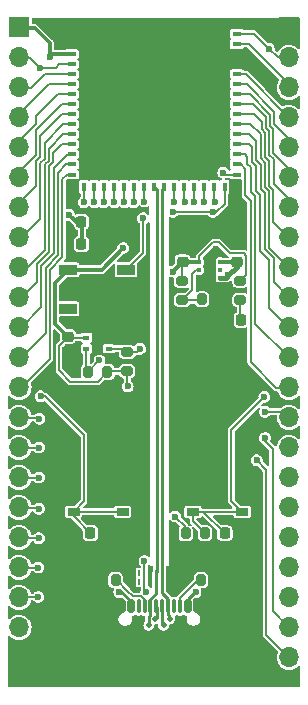
<source format=gbr>
%TF.GenerationSoftware,KiCad,Pcbnew,8.0.6*%
%TF.CreationDate,2025-02-05T21:25:15+00:00*%
%TF.ProjectId,custom-esp32,63757374-6f6d-42d6-9573-7033322e6b69,0.1*%
%TF.SameCoordinates,Original*%
%TF.FileFunction,Copper,L1,Top*%
%TF.FilePolarity,Positive*%
%FSLAX46Y46*%
G04 Gerber Fmt 4.6, Leading zero omitted, Abs format (unit mm)*
G04 Created by KiCad (PCBNEW 8.0.6) date 2025-02-05 21:25:15*
%MOMM*%
%LPD*%
G01*
G04 APERTURE LIST*
G04 Aperture macros list*
%AMRoundRect*
0 Rectangle with rounded corners*
0 $1 Rounding radius*
0 $2 $3 $4 $5 $6 $7 $8 $9 X,Y pos of 4 corners*
0 Add a 4 corners polygon primitive as box body*
4,1,4,$2,$3,$4,$5,$6,$7,$8,$9,$2,$3,0*
0 Add four circle primitives for the rounded corners*
1,1,$1+$1,$2,$3*
1,1,$1+$1,$4,$5*
1,1,$1+$1,$6,$7*
1,1,$1+$1,$8,$9*
0 Add four rect primitives between the rounded corners*
20,1,$1+$1,$2,$3,$4,$5,0*
20,1,$1+$1,$4,$5,$6,$7,0*
20,1,$1+$1,$6,$7,$8,$9,0*
20,1,$1+$1,$8,$9,$2,$3,0*%
%AMFreePoly0*
4,1,14,0.603536,0.603536,0.605000,0.600000,0.605000,-0.600000,0.603536,-0.603536,0.600000,-0.605000,-0.600000,-0.605000,-0.603536,-0.603536,-0.605000,-0.600000,-0.605000,0.000000,-0.603536,0.003536,-0.003536,0.603536,0.000000,0.605000,0.600000,0.605000,0.603536,0.603536,0.603536,0.603536,$1*%
G04 Aperture macros list end*
%TA.AperFunction,SMDPad,CuDef*%
%ADD10RoundRect,0.225000X-0.225000X-0.250000X0.225000X-0.250000X0.225000X0.250000X-0.225000X0.250000X0*%
%TD*%
%TA.AperFunction,SMDPad,CuDef*%
%ADD11RoundRect,0.200000X-0.275000X0.200000X-0.275000X-0.200000X0.275000X-0.200000X0.275000X0.200000X0*%
%TD*%
%TA.AperFunction,SMDPad,CuDef*%
%ADD12R,0.600000X0.400000*%
%TD*%
%TA.AperFunction,SMDPad,CuDef*%
%ADD13R,0.700000X1.600000*%
%TD*%
%TA.AperFunction,ComponentPad*%
%ADD14R,1.700000X1.700000*%
%TD*%
%TA.AperFunction,ComponentPad*%
%ADD15O,1.700000X1.700000*%
%TD*%
%TA.AperFunction,SMDPad,CuDef*%
%ADD16R,0.800000X0.400000*%
%TD*%
%TA.AperFunction,SMDPad,CuDef*%
%ADD17R,0.400000X0.800000*%
%TD*%
%TA.AperFunction,SMDPad,CuDef*%
%ADD18R,1.200000X1.200000*%
%TD*%
%TA.AperFunction,SMDPad,CuDef*%
%ADD19FreePoly0,0.000000*%
%TD*%
%TA.AperFunction,SMDPad,CuDef*%
%ADD20R,0.800000X0.800000*%
%TD*%
%TA.AperFunction,SMDPad,CuDef*%
%ADD21RoundRect,0.225000X-0.250000X0.225000X-0.250000X-0.225000X0.250000X-0.225000X0.250000X0.225000X0*%
%TD*%
%TA.AperFunction,SMDPad,CuDef*%
%ADD22RoundRect,0.090000X-0.660000X-0.360000X0.660000X-0.360000X0.660000X0.360000X-0.660000X0.360000X0*%
%TD*%
%TA.AperFunction,SMDPad,CuDef*%
%ADD23RoundRect,0.093750X-0.093750X-0.106250X0.093750X-0.106250X0.093750X0.106250X-0.093750X0.106250X0*%
%TD*%
%TA.AperFunction,HeatsinkPad*%
%ADD24R,1.000000X1.600000*%
%TD*%
%TA.AperFunction,SMDPad,CuDef*%
%ADD25RoundRect,0.225000X0.250000X-0.225000X0.250000X0.225000X-0.250000X0.225000X-0.250000X-0.225000X0*%
%TD*%
%TA.AperFunction,SMDPad,CuDef*%
%ADD26R,1.050000X0.650000*%
%TD*%
%TA.AperFunction,SMDPad,CuDef*%
%ADD27R,0.250000X0.625000*%
%TD*%
%TA.AperFunction,SMDPad,CuDef*%
%ADD28R,0.450000X0.700000*%
%TD*%
%TA.AperFunction,SMDPad,CuDef*%
%ADD29R,0.450000X0.575000*%
%TD*%
%TA.AperFunction,SMDPad,CuDef*%
%ADD30RoundRect,0.200000X0.275000X-0.200000X0.275000X0.200000X-0.275000X0.200000X-0.275000X-0.200000X0*%
%TD*%
%TA.AperFunction,SMDPad,CuDef*%
%ADD31RoundRect,0.200000X-0.200000X-0.275000X0.200000X-0.275000X0.200000X0.275000X-0.200000X0.275000X0*%
%TD*%
%TA.AperFunction,SMDPad,CuDef*%
%ADD32RoundRect,0.200000X0.200000X0.275000X-0.200000X0.275000X-0.200000X-0.275000X0.200000X-0.275000X0*%
%TD*%
%TA.AperFunction,SMDPad,CuDef*%
%ADD33RoundRect,0.218750X-0.218750X-0.256250X0.218750X-0.256250X0.218750X0.256250X-0.218750X0.256250X0*%
%TD*%
%TA.AperFunction,SMDPad,CuDef*%
%ADD34RoundRect,0.150000X-0.150000X-0.425000X0.150000X-0.425000X0.150000X0.425000X-0.150000X0.425000X0*%
%TD*%
%TA.AperFunction,SMDPad,CuDef*%
%ADD35RoundRect,0.075000X-0.075000X-0.500000X0.075000X-0.500000X0.075000X0.500000X-0.075000X0.500000X0*%
%TD*%
%TA.AperFunction,ComponentPad*%
%ADD36O,1.000000X2.100000*%
%TD*%
%TA.AperFunction,ComponentPad*%
%ADD37O,1.000000X1.800000*%
%TD*%
%TA.AperFunction,ViaPad*%
%ADD38C,0.600000*%
%TD*%
%TA.AperFunction,ViaPad*%
%ADD39C,0.500000*%
%TD*%
%TA.AperFunction,Conductor*%
%ADD40C,0.254000*%
%TD*%
%TA.AperFunction,Conductor*%
%ADD41C,0.200000*%
%TD*%
%TA.AperFunction,Conductor*%
%ADD42C,0.165100*%
%TD*%
%TA.AperFunction,Conductor*%
%ADD43C,0.304800*%
%TD*%
%TA.AperFunction,Conductor*%
%ADD44C,0.391160*%
%TD*%
%TA.AperFunction,Conductor*%
%ADD45C,0.203200*%
%TD*%
%TA.AperFunction,Conductor*%
%ADD46C,0.381000*%
%TD*%
%TA.AperFunction,Conductor*%
%ADD47C,0.262799*%
%TD*%
G04 APERTURE END LIST*
D10*
%TO.P,C5,1*%
%TO.N,3V3*%
X96034400Y-51811400D03*
%TO.P,C5,2*%
%TO.N,GND*%
X97584400Y-51811400D03*
%TD*%
D11*
%TO.P,R8,1*%
%TO.N,3V3*%
X109505500Y-56773600D03*
%TO.P,R8,2*%
%TO.N,Net-(D2-A)*%
X109505500Y-58423600D03*
%TD*%
D12*
%TO.P,U2,1,VDD*%
%TO.N,3V3*%
X96469000Y-61598000D03*
%TO.P,U2,2,SCL*%
%TO.N,I2C_SCL*%
X96469000Y-62548000D03*
%TO.P,U2,3,SDA*%
%TO.N,I2C_SDA*%
X98369000Y-62548000D03*
%TO.P,U2,4,GND*%
%TO.N,GND*%
X98369000Y-61598000D03*
D13*
%TO.P,U2,5,GND*%
X97419000Y-62073000D03*
%TD*%
D14*
%TO.P,J1,1,Pin_1*%
%TO.N,3V3*%
X90775000Y-35340800D03*
D15*
%TO.P,J1,2,Pin_2*%
%TO.N,GPIO0*%
X90775000Y-37880800D03*
%TO.P,J1,3,Pin_3*%
%TO.N,GPIO1*%
X90775000Y-40420800D03*
%TO.P,J1,4,Pin_4*%
%TO.N,GPIO2*%
X90775000Y-42960800D03*
%TO.P,J1,5,Pin_5*%
%TO.N,GPIO3*%
X90775000Y-45500800D03*
%TO.P,J1,6,Pin_6*%
%TO.N,GPIO4*%
X90775000Y-48040800D03*
%TO.P,J1,7,Pin_7*%
%TO.N,GPIO5*%
X90775000Y-50580800D03*
%TO.P,J1,8,Pin_8*%
%TO.N,GPIO6*%
X90775000Y-53120800D03*
%TO.P,J1,9,Pin_9*%
%TO.N,GPIO7*%
X90775000Y-55660800D03*
%TO.P,J1,10,Pin_10*%
%TO.N,GPIO8*%
X90775000Y-58200800D03*
%TO.P,J1,11,Pin_11*%
%TO.N,GPIO9*%
X90775000Y-60740800D03*
%TO.P,J1,12,Pin_12*%
%TO.N,GPIO10*%
X90775000Y-63280800D03*
%TO.P,J1,13,Pin_13*%
%TO.N,GPIO11*%
X90775000Y-65820800D03*
%TO.P,J1,14,Pin_14*%
%TO.N,GPIO12*%
X90775000Y-68360800D03*
%TO.P,J1,15,Pin_15*%
%TO.N,GPIO13*%
X90775000Y-70900800D03*
%TO.P,J1,16,Pin_16*%
%TO.N,GPIO14*%
X90775000Y-73440800D03*
%TO.P,J1,17,Pin_17*%
%TO.N,GPIO15*%
X90775000Y-75980800D03*
%TO.P,J1,18,Pin_18*%
%TO.N,GPIO16*%
X90775000Y-78520800D03*
%TO.P,J1,19,Pin_19*%
%TO.N,I2C_SCL*%
X90775000Y-81060800D03*
%TO.P,J1,20,Pin_20*%
%TO.N,I2C_SDA*%
X90775000Y-83600800D03*
%TO.P,J1,21,Pin_21*%
%TO.N,5VUSB*%
X90775000Y-86140800D03*
%TO.P,J1,22,Pin_22*%
%TO.N,GND*%
X90775000Y-88680800D03*
%TD*%
D10*
%TO.P,C1,1*%
%TO.N,ESP32_EN*%
X108191000Y-78181200D03*
%TO.P,C1,2*%
%TO.N,GND*%
X109741000Y-78181200D03*
%TD*%
D16*
%TO.P,U3,1,GND*%
%TO.N,GND*%
X95206000Y-35894200D03*
%TO.P,U3,2,GND*%
X95206000Y-36744200D03*
%TO.P,U3,3,3V3*%
%TO.N,3V3*%
X95206000Y-37594200D03*
%TO.P,U3,4,IO0*%
%TO.N,GPIO0*%
X95206000Y-38444200D03*
%TO.P,U3,5,IO1*%
%TO.N,GPIO1*%
X95206000Y-39294200D03*
%TO.P,U3,6,IO2*%
%TO.N,GPIO2*%
X95206000Y-40144200D03*
%TO.P,U3,7,IO3*%
%TO.N,GPIO3*%
X95206000Y-40994200D03*
%TO.P,U3,8,IO4*%
%TO.N,GPIO4*%
X95206000Y-41844200D03*
%TO.P,U3,9,IO5*%
%TO.N,GPIO5*%
X95206000Y-42694200D03*
%TO.P,U3,10,IO6*%
%TO.N,GPIO6*%
X95206000Y-43544200D03*
%TO.P,U3,11,IO7*%
%TO.N,GPIO7*%
X95206000Y-44394200D03*
%TO.P,U3,12,IO8*%
%TO.N,GPIO8*%
X95206000Y-45244200D03*
%TO.P,U3,13,IO9*%
%TO.N,GPIO9*%
X95206000Y-46094200D03*
%TO.P,U3,14,IO10*%
%TO.N,GPIO10*%
X95206000Y-46944200D03*
%TO.P,U3,15,IO11*%
%TO.N,GPIO11*%
X95206000Y-47794200D03*
D17*
%TO.P,U3,16,IO12*%
%TO.N,GPIO12*%
X96256000Y-48844200D03*
%TO.P,U3,17,IO13*%
%TO.N,GPIO13*%
X97106000Y-48844200D03*
%TO.P,U3,18,IO14*%
%TO.N,GPIO14*%
X97956000Y-48844200D03*
%TO.P,U3,19,IO15*%
%TO.N,GPIO15*%
X98806000Y-48844200D03*
%TO.P,U3,20,IO16*%
%TO.N,GPIO16*%
X99656000Y-48844200D03*
%TO.P,U3,21,IO17*%
%TO.N,I2C_SCL*%
X100506000Y-48844200D03*
%TO.P,U3,22,IO18*%
%TO.N,I2C_SDA*%
X101356000Y-48844200D03*
%TO.P,U3,23,IO19*%
%TO.N,D-*%
X102206000Y-48844200D03*
%TO.P,U3,24,IO20*%
%TO.N,D+*%
X103056000Y-48844200D03*
%TO.P,U3,25,IO21*%
%TO.N,GPIO21*%
X103906000Y-48844200D03*
%TO.P,U3,26,IO26*%
%TO.N,GPIO26*%
X104756000Y-48844200D03*
%TO.P,U3,27,IO47*%
%TO.N,GPIO47*%
X105606000Y-48844200D03*
%TO.P,U3,28,IO33*%
%TO.N,GPIO33*%
X106456000Y-48844200D03*
%TO.P,U3,29,IO34*%
%TO.N,GPIO34*%
X107306000Y-48844200D03*
%TO.P,U3,30,IO48*%
%TO.N,GPIO48*%
X108156000Y-48844200D03*
D16*
%TO.P,U3,31,IO35*%
%TO.N,GPIO35*%
X109206000Y-47794200D03*
%TO.P,U3,32,IO36*%
%TO.N,GPIO36*%
X109206000Y-46944200D03*
%TO.P,U3,33,IO37*%
%TO.N,GPIO37*%
X109206000Y-46094200D03*
%TO.P,U3,34,IO38*%
%TO.N,GPIO38*%
X109206000Y-45244200D03*
%TO.P,U3,35,IO39*%
%TO.N,GPIO39*%
X109206000Y-44394200D03*
%TO.P,U3,36,IO40*%
%TO.N,GPIO40*%
X109206000Y-43544200D03*
%TO.P,U3,37,IO41*%
%TO.N,GPIO41*%
X109206000Y-42694200D03*
%TO.P,U3,38,IO42*%
%TO.N,GPIO42*%
X109206000Y-41844200D03*
%TO.P,U3,39,TXD0*%
%TO.N,TXD*%
X109206000Y-40994200D03*
%TO.P,U3,40,RXD0*%
%TO.N,RXD*%
X109206000Y-40144200D03*
%TO.P,U3,41,IO45*%
%TO.N,GPIO45*%
X109206000Y-39294200D03*
%TO.P,U3,42,GND*%
%TO.N,GND*%
X109206000Y-38444200D03*
%TO.P,U3,43,GND*%
X109206000Y-37594200D03*
%TO.P,U3,44,IO46*%
%TO.N,GPIO46*%
X109206000Y-36744200D03*
%TO.P,U3,45,EN*%
%TO.N,ESP32_EN*%
X109206000Y-35894200D03*
D17*
%TO.P,U3,46,GND*%
%TO.N,GND*%
X108156000Y-34844200D03*
%TO.P,U3,47,GND*%
X107306000Y-34844200D03*
%TO.P,U3,48,GND*%
X106456000Y-34844200D03*
%TO.P,U3,49,GND*%
X105606000Y-34844200D03*
%TO.P,U3,50,GND*%
X104756000Y-34844200D03*
%TO.P,U3,51,GND*%
X103906000Y-34844200D03*
%TO.P,U3,52,GND*%
X103056000Y-34844200D03*
%TO.P,U3,53,GND*%
X102206000Y-34844200D03*
%TO.P,U3,54,GND*%
X101356000Y-34844200D03*
%TO.P,U3,55,GND*%
X100506000Y-34844200D03*
%TO.P,U3,56,GND*%
X99656000Y-34844200D03*
%TO.P,U3,57,GND*%
X98806000Y-34844200D03*
%TO.P,U3,58,GND*%
X97956000Y-34844200D03*
%TO.P,U3,59,GND*%
X97106000Y-34844200D03*
%TO.P,U3,60,GND*%
X96256000Y-34844200D03*
D18*
%TO.P,U3,61,GND*%
X102206000Y-41844200D03*
D19*
%TO.P,U3,61_1,GND*%
X100556000Y-40194200D03*
D18*
%TO.P,U3,61_2,GND*%
X102206000Y-40194200D03*
%TO.P,U3,61_3,GND*%
X103856000Y-40194200D03*
%TO.P,U3,61_4,GND*%
X103856000Y-41844200D03*
%TO.P,U3,61_5,GND*%
X103856000Y-43494200D03*
%TO.P,U3,61_6,GND*%
X102206000Y-43494200D03*
%TO.P,U3,61_7,GND*%
X100556000Y-43494200D03*
%TO.P,U3,61_8,GND*%
X100556000Y-41844200D03*
D20*
%TO.P,U3,62,GND*%
X95206000Y-34844200D03*
%TO.P,U3,63,GND*%
X95206000Y-48844200D03*
%TO.P,U3,64,GND*%
X109206000Y-48844200D03*
%TO.P,U3,65,GND*%
X109206000Y-34844200D03*
%TD*%
D21*
%TO.P,C3,1*%
%TO.N,3V3*%
X94894200Y-61519000D03*
%TO.P,C3,2*%
%TO.N,GND*%
X94894200Y-63069000D03*
%TD*%
D22*
%TO.P,D1,1,VDD*%
%TO.N,3V3*%
X94918200Y-55851000D03*
%TO.P,D1,2,DOUT*%
%TO.N,unconnected-(D1-DOUT-Pad2)*%
X94918200Y-59151000D03*
%TO.P,D1,3,VSS*%
%TO.N,GND*%
X99818200Y-59151000D03*
%TO.P,D1,4,DIN*%
%TO.N,GPIO48*%
X99818200Y-55851000D03*
%TD*%
D14*
%TO.P,J2,1,Pin_1*%
%TO.N,GND*%
X113635000Y-35340800D03*
D15*
%TO.P,J2,2,Pin_2*%
%TO.N,ESP32_EN*%
X113635000Y-37880800D03*
%TO.P,J2,3,Pin_3*%
%TO.N,GPIO46*%
X113635000Y-40420800D03*
%TO.P,J2,4,Pin_4*%
%TO.N,GPIO45*%
X113635000Y-42960800D03*
%TO.P,J2,5,Pin_5*%
%TO.N,RXD*%
X113635000Y-45500800D03*
%TO.P,J2,6,Pin_6*%
%TO.N,TXD*%
X113635000Y-48040800D03*
%TO.P,J2,7,Pin_7*%
%TO.N,GPIO42*%
X113635000Y-50580800D03*
%TO.P,J2,8,Pin_8*%
%TO.N,GPIO41*%
X113635000Y-53120800D03*
%TO.P,J2,9,Pin_9*%
%TO.N,GPIO40*%
X113635000Y-55660800D03*
%TO.P,J2,10,Pin_10*%
%TO.N,GPIO39*%
X113635000Y-58200800D03*
%TO.P,J2,11,Pin_11*%
%TO.N,GPIO38*%
X113635000Y-60740800D03*
%TO.P,J2,12,Pin_12*%
%TO.N,GPIO37*%
X113635000Y-63280800D03*
%TO.P,J2,13,Pin_13*%
%TO.N,GPIO36*%
X113635000Y-65820800D03*
%TO.P,J2,14,Pin_14*%
%TO.N,GPIO35*%
X113635000Y-68360800D03*
%TO.P,J2,15,Pin_15*%
%TO.N,GPIO34*%
X113635000Y-70900800D03*
%TO.P,J2,16,Pin_16*%
%TO.N,GPIO33*%
X113635000Y-73440800D03*
%TO.P,J2,17,Pin_17*%
%TO.N,GPIO26*%
X113635000Y-75980800D03*
%TO.P,J2,18,Pin_18*%
%TO.N,GPIO21*%
X113635000Y-78520800D03*
%TO.P,J2,19,Pin_19*%
%TO.N,unconnected-(J2-Pin_19-Pad19)*%
X113635000Y-81060800D03*
%TO.P,J2,20,Pin_20*%
%TO.N,unconnected-(J2-Pin_20-Pad20)*%
X113635000Y-83600800D03*
%TO.P,J2,21,Pin_21*%
%TO.N,GPIO48*%
X113635000Y-86140800D03*
%TO.P,J2,22,Pin_22*%
%TO.N,GPIO47*%
X113635000Y-88680800D03*
%TD*%
D23*
%TO.P,U4,1,OUT*%
%TO.N,3V3*%
X106027200Y-55215000D03*
%TO.P,U4,2,FB*%
%TO.N,Net-(U4-FB)*%
X106027200Y-55865000D03*
%TO.P,U4,3,GND*%
%TO.N,GND*%
X106027200Y-56515000D03*
%TO.P,U4,4,EN*%
%TO.N,5VUSB*%
X107802200Y-56515000D03*
%TO.P,U4,5,DNC*%
%TO.N,unconnected-(U4-DNC-Pad5)*%
X107802200Y-55865000D03*
%TO.P,U4,6,IN*%
%TO.N,5VUSB*%
X107802200Y-55215000D03*
D24*
%TO.P,U4,7,GND*%
%TO.N,GND*%
X106914700Y-55865000D03*
%TD*%
D10*
%TO.P,C2,1*%
%TO.N,GPIO0*%
X96807300Y-78168800D03*
%TO.P,C2,2*%
%TO.N,GND*%
X98357300Y-78168800D03*
%TD*%
D25*
%TO.P,C4,1*%
%TO.N,5VUSB*%
X109173800Y-55207200D03*
%TO.P,C4,2*%
%TO.N,GND*%
X109173800Y-53657200D03*
%TD*%
D10*
%TO.P,C6,1*%
%TO.N,3V3*%
X96034400Y-53691000D03*
%TO.P,C6,2*%
%TO.N,GND*%
X97584400Y-53691000D03*
%TD*%
D26*
%TO.P,BOOT1,1,1*%
%TO.N,GND*%
X95377200Y-74197800D03*
%TO.P,BOOT1,2,2*%
X99527200Y-74197800D03*
%TO.P,BOOT1,3,K*%
%TO.N,GPIO0*%
X95377200Y-76347800D03*
%TO.P,BOOT1,4,A*%
X99527200Y-76347800D03*
%TD*%
D27*
%TO.P,U1,1*%
%TO.N,D+*%
X102879850Y-81497500D03*
%TO.P,U1,2*%
%TO.N,D-*%
X102379850Y-81497500D03*
D28*
%TO.P,U1,3,VSS*%
%TO.N,GND*%
X101879850Y-81535000D03*
D27*
%TO.P,U1,4*%
%TO.N,5VUSB*%
X101379850Y-81497500D03*
%TO.P,U1,5*%
%TO.N,unconnected-(U1-Pad5)*%
X100879850Y-81497500D03*
%TO.P,U1,6,NC*%
%TO.N,unconnected-(U1-NC-Pad6)*%
X100879850Y-82272500D03*
%TO.P,U1,7,NC*%
%TO.N,5VUSB*%
X101379850Y-82272500D03*
D29*
%TO.P,U1,8,VSS*%
%TO.N,GND*%
X101879850Y-82297500D03*
D27*
%TO.P,U1,9,NC*%
%TO.N,D-*%
X102379850Y-82272500D03*
%TO.P,U1,10,NC*%
%TO.N,D+*%
X102879850Y-82272500D03*
%TD*%
D30*
%TO.P,R6,1*%
%TO.N,Net-(U4-FB)*%
X104577900Y-58435800D03*
%TO.P,R6,2*%
%TO.N,3V3*%
X104577900Y-56785800D03*
%TD*%
D31*
%TO.P,R2,1*%
%TO.N,Net-(J3-CC2)*%
X106144400Y-82139000D03*
%TO.P,R2,2*%
%TO.N,GND*%
X107794400Y-82139000D03*
%TD*%
D11*
%TO.P,R3,1*%
%TO.N,I2C_SDA*%
X99923400Y-62802000D03*
%TO.P,R3,2*%
%TO.N,3V3*%
X99923400Y-64452000D03*
%TD*%
D31*
%TO.P,R4,1*%
%TO.N,I2C_SCL*%
X96597000Y-64511400D03*
%TO.P,R4,2*%
%TO.N,3V3*%
X98247000Y-64511400D03*
%TD*%
D25*
%TO.P,C7,1*%
%TO.N,3V3*%
X104601800Y-55207200D03*
%TO.P,C7,2*%
%TO.N,GND*%
X104601800Y-53657200D03*
%TD*%
D32*
%TO.P,R5,1*%
%TO.N,ESP32_EN*%
X106514400Y-78181200D03*
%TO.P,R5,2*%
%TO.N,3V3*%
X104864400Y-78181200D03*
%TD*%
D33*
%TO.P,D2,1,K*%
%TO.N,GND*%
X107981500Y-60087800D03*
%TO.P,D2,2,A*%
%TO.N,Net-(D2-A)*%
X109556500Y-60087800D03*
%TD*%
D26*
%TO.P,RESET1,1,1*%
%TO.N,GND*%
X105494000Y-74210600D03*
%TO.P,RESET1,2,2*%
X109644000Y-74210600D03*
%TO.P,RESET1,3,K*%
%TO.N,ESP32_EN*%
X105494000Y-76360600D03*
%TO.P,RESET1,4,A*%
X109644000Y-76360600D03*
%TD*%
D32*
%TO.P,R1,1*%
%TO.N,Net-(J3-CC1)*%
X98929800Y-82139000D03*
%TO.P,R1,2*%
%TO.N,GND*%
X97279800Y-82139000D03*
%TD*%
D34*
%TO.P,J3,A1,GND*%
%TO.N,GND*%
X99437850Y-84365600D03*
%TO.P,J3,A4,VBUS*%
%TO.N,5VUSB*%
X100237850Y-84365600D03*
D35*
%TO.P,J3,A5,CC1*%
%TO.N,Net-(J3-CC1)*%
X101387850Y-84365600D03*
%TO.P,J3,A6,D+*%
%TO.N,D+*%
X102387850Y-84365600D03*
%TO.P,J3,A7,D-*%
%TO.N,D-*%
X102887850Y-84365600D03*
%TO.P,J3,A8,SBU1*%
%TO.N,unconnected-(J3-SBU1-PadA8)*%
X103887850Y-84365600D03*
D34*
%TO.P,J3,A9,VBUS*%
%TO.N,5VUSB*%
X105037850Y-84365600D03*
%TO.P,J3,A12,GND*%
%TO.N,GND*%
X105837850Y-84365600D03*
%TO.P,J3,B1,GND*%
X105837850Y-84365600D03*
%TO.P,J3,B4,VBUS*%
%TO.N,5VUSB*%
X105037850Y-84365600D03*
D35*
%TO.P,J3,B5,CC2*%
%TO.N,Net-(J3-CC2)*%
X104387850Y-84365600D03*
%TO.P,J3,B6,D+*%
%TO.N,D+*%
X103387850Y-84365600D03*
%TO.P,J3,B7,D-*%
%TO.N,D-*%
X101887850Y-84365600D03*
%TO.P,J3,B8,SBU2*%
%TO.N,unconnected-(J3-SBU2-PadB8)*%
X100887850Y-84365600D03*
D34*
%TO.P,J3,B9,VBUS*%
%TO.N,5VUSB*%
X100237850Y-84365600D03*
%TO.P,J3,B12,GND*%
%TO.N,GND*%
X99437850Y-84365600D03*
D36*
%TO.P,J3,S1,SHIELD*%
X98317850Y-84940600D03*
D37*
X98317850Y-89120600D03*
D36*
X106957850Y-84940600D03*
D37*
X106957850Y-89120600D03*
%TD*%
D32*
%TO.P,R7,1*%
%TO.N,GND*%
X107879900Y-58360600D03*
%TO.P,R7,2*%
%TO.N,Net-(U4-FB)*%
X106229900Y-58360600D03*
%TD*%
D38*
%TO.N,GND*%
X97977800Y-35758600D03*
X96961800Y-84374200D03*
X101330600Y-35758600D03*
X99552600Y-78176600D03*
X102194200Y-35758600D03*
X105054400Y-42367200D03*
X102565200Y-39014400D03*
X108290200Y-85288600D03*
X103921400Y-35758600D03*
X106807000Y-60553600D03*
X98689000Y-52624200D03*
X111947800Y-35555400D03*
X108290200Y-89505000D03*
X96199800Y-47798200D03*
X100152200Y-44805600D03*
X108290200Y-84374200D03*
X104785000Y-35758600D03*
X94007400Y-36774600D03*
X98384200Y-60599800D03*
X101701600Y-39014400D03*
X110169800Y-37638200D03*
X109204600Y-50084200D03*
X107325000Y-35758600D03*
X99390200Y-43281600D03*
X103606600Y-44754800D03*
X102717600Y-44754800D03*
X98841400Y-35758600D03*
X106258200Y-57348600D03*
X99364800Y-41554400D03*
X97063400Y-89454200D03*
X95183800Y-50135000D03*
X106461400Y-35758600D03*
X99339400Y-39801800D03*
X105079800Y-43230800D03*
X99654200Y-35758600D03*
X96250600Y-35758600D03*
X110972600Y-74193400D03*
X99999800Y-39065200D03*
X97419000Y-60549000D03*
X99654200Y-60498200D03*
X100990400Y-44780200D03*
X103057800Y-35758600D03*
X100613874Y-74219726D03*
X105054400Y-40614600D03*
X98739800Y-53640200D03*
X109204600Y-52522600D03*
X97063400Y-88438200D03*
X101854000Y-44754800D03*
X94167800Y-74214200D03*
X105054400Y-41503600D03*
X107772200Y-81026000D03*
X99364800Y-40665400D03*
X107457800Y-54128599D03*
X104317800Y-74244200D03*
X96961800Y-85339400D03*
X105648600Y-35758600D03*
X92593000Y-88285800D03*
X99364800Y-42418000D03*
X99415600Y-44119800D03*
X106705400Y-59613800D03*
X103454200Y-39014400D03*
X105029000Y-39751000D03*
X100838000Y-39039800D03*
X110169800Y-38451000D03*
X105105200Y-44069000D03*
X104470200Y-44729400D03*
X103829400Y-52730400D03*
X92593000Y-89301800D03*
X104317800Y-38989000D03*
X100517800Y-35758600D03*
X108290200Y-88641400D03*
X110896400Y-78105000D03*
X108137800Y-35758600D03*
X93964600Y-34895000D03*
X94879000Y-64155800D03*
X110169800Y-34844200D03*
X111947800Y-34844200D03*
X97266600Y-81072200D03*
X97114200Y-35758600D03*
%TO.N,ESP32_EN*%
X111536926Y-66618674D03*
X111894300Y-37127500D03*
%TO.N,GPIO0*%
X92542200Y-38755800D03*
X92583000Y-66573400D03*
%TO.N,3V3*%
X99578000Y-54021200D03*
X93355000Y-37871400D03*
X103969500Y-76751500D03*
X103809800Y-56007000D03*
X95013850Y-51208301D03*
X99959000Y-65730600D03*
%TO.N,5VUSB*%
X108493400Y-56332600D03*
X99247800Y-83155000D03*
X101381400Y-80513400D03*
X101533800Y-83104200D03*
X105702035Y-83157635D03*
%TO.N,GPIO48*%
X107172600Y-50947800D03*
X101262250Y-51506600D03*
X103785000Y-50954507D03*
X111592200Y-70099400D03*
%TO.N,GPIO15*%
X92440600Y-76093800D03*
X98841400Y-50135000D03*
%TO.N,GPIO12*%
X96250600Y-50143000D03*
X92491400Y-68473800D03*
%TO.N,I2C_SDA*%
X92389800Y-83561400D03*
X101000400Y-62555600D03*
X101381400Y-50084200D03*
%TO.N,GPIO13*%
X97114200Y-50143000D03*
X92440600Y-70912200D03*
%TO.N,I2C_SCL*%
X97572000Y-63536400D03*
X92389800Y-81072200D03*
X100454203Y-50135000D03*
%TO.N,GPIO14*%
X92440600Y-73452200D03*
X97914203Y-50143000D03*
%TO.N,GPIO16*%
X92440600Y-78583000D03*
X99654200Y-50135000D03*
%TO.N,GPIO21*%
X103921400Y-50084200D03*
%TO.N,GPIO33*%
X106410600Y-50084200D03*
%TO.N,GPIO47*%
X105597800Y-50084200D03*
X110881000Y-71979000D03*
%TO.N,GPIO35*%
X108051600Y-47625000D03*
X111582200Y-67868800D03*
%TO.N,GPIO26*%
X104785000Y-50084200D03*
%TO.N,GPIO34*%
X107325000Y-50084200D03*
D39*
%TO.N,D-*%
X102997142Y-85975996D03*
X101738500Y-85965800D03*
%TO.N,D+*%
X102305302Y-85429497D03*
X103516500Y-85407000D03*
%TD*%
D40*
%TO.N,GND*%
X98892850Y-84365600D02*
X98317850Y-84940600D01*
X95183800Y-48866400D02*
X95206000Y-48844200D01*
X99549126Y-74219726D02*
X99527200Y-74197800D01*
X106258200Y-57348600D02*
X106258200Y-56746000D01*
X94894200Y-64140600D02*
X94894200Y-63069000D01*
X110972600Y-74193400D02*
X110955400Y-74210600D01*
D41*
X98365100Y-78176600D02*
X98357300Y-78168800D01*
D40*
X98369000Y-60615000D02*
X98369000Y-61598000D01*
D41*
X107794400Y-81048200D02*
X107794400Y-82139000D01*
X109204600Y-53626400D02*
X109173800Y-53657200D01*
D40*
X109206000Y-48844200D02*
X109206000Y-50082800D01*
D41*
X107772200Y-81026000D02*
X107794400Y-81048200D01*
D40*
X106705400Y-59535100D02*
X107879900Y-58360600D01*
D41*
X110896400Y-78105000D02*
X109817200Y-78105000D01*
D40*
X106807000Y-60553600D02*
X107272800Y-60087800D01*
X95183800Y-50135000D02*
X95183800Y-48866400D01*
D41*
X109817200Y-78105000D02*
X109741000Y-78181200D01*
D40*
X98689000Y-52624200D02*
X97876200Y-51811400D01*
X105837850Y-84365600D02*
X106382850Y-84365600D01*
X107272800Y-60087800D02*
X107981500Y-60087800D01*
X98384200Y-60599800D02*
X98369000Y-60615000D01*
D41*
X99552600Y-78176600D02*
X98365100Y-78176600D01*
X97266600Y-81072200D02*
X97266600Y-82125800D01*
D40*
X106914700Y-54671699D02*
X106914700Y-55865000D01*
X100613874Y-74219726D02*
X99549126Y-74219726D01*
X104317800Y-74244200D02*
X104351400Y-74210600D01*
X106705400Y-59613800D02*
X106705400Y-59535100D01*
D42*
X109206000Y-50082800D02*
X109204600Y-50084200D01*
D40*
X109204600Y-52522600D02*
X109204600Y-53626400D01*
X94879000Y-64155800D02*
X94894200Y-64140600D01*
X97419000Y-60549000D02*
X97419000Y-62073000D01*
X97635200Y-53640200D02*
X97584400Y-53691000D01*
X104601800Y-53502800D02*
X104601800Y-53657200D01*
X94184200Y-74197800D02*
X94167800Y-74214200D01*
X110955400Y-74210600D02*
X109644000Y-74210600D01*
X99654200Y-60498200D02*
X99654200Y-59315000D01*
X103829400Y-52730400D02*
X104601800Y-53502800D01*
X106382850Y-84365600D02*
X106957850Y-84940600D01*
X97876200Y-51811400D02*
X97584400Y-51811400D01*
X99654200Y-59315000D02*
X99818200Y-59151000D01*
X107457800Y-54128599D02*
X106914700Y-54671699D01*
D41*
X97266600Y-82125800D02*
X97279800Y-82139000D01*
D40*
X95377200Y-74197800D02*
X94184200Y-74197800D01*
X104351400Y-74210600D02*
X105494000Y-74210600D01*
X107172600Y-56122900D02*
X106914700Y-55865000D01*
X98739800Y-53640200D02*
X97635200Y-53640200D01*
X99437850Y-84365600D02*
X98892850Y-84365600D01*
X97914883Y-51811400D02*
X97584400Y-51811400D01*
X106258200Y-56746000D02*
X106027200Y-56515000D01*
D42*
%TO.N,ESP32_EN*%
X105494000Y-77160800D02*
X106514400Y-78181200D01*
X109240000Y-35860200D02*
X109206000Y-35894200D01*
X105494000Y-76360600D02*
X106370400Y-76360600D01*
X106370400Y-76360600D02*
X108191000Y-78181200D01*
X112647600Y-37880800D02*
X113635000Y-37880800D01*
X108747950Y-69407650D02*
X108747950Y-75464550D01*
X108747950Y-75464550D02*
X109644000Y-76360600D01*
X105494000Y-76360600D02*
X105494000Y-77160800D01*
X110627000Y-35860200D02*
X109240000Y-35860200D01*
X111536926Y-66618674D02*
X108747950Y-69407650D01*
X110627000Y-35860200D02*
X111894300Y-37127500D01*
X111894300Y-37127500D02*
X112647600Y-37880800D01*
X109644000Y-76360600D02*
X105494000Y-76360600D01*
%TO.N,GPIO0*%
X96266000Y-69850000D02*
X96266000Y-75459000D01*
X96266000Y-75459000D02*
X95377200Y-76347800D01*
X91729400Y-37943000D02*
X92542200Y-38755800D01*
X93863000Y-38755800D02*
X94167800Y-38451000D01*
X92989400Y-66573400D02*
X92583000Y-66573400D01*
X92542200Y-38755800D02*
X93863000Y-38755800D01*
X95206000Y-38444200D02*
X95199200Y-38451000D01*
X99527200Y-76347800D02*
X95377200Y-76347800D01*
X95377200Y-76738700D02*
X96807300Y-78168800D01*
X90891200Y-37943000D02*
X91729400Y-37943000D01*
X95377200Y-76347800D02*
X95377200Y-76738700D01*
X92989400Y-66573400D02*
X96266000Y-69850000D01*
X94167800Y-38451000D02*
X95199200Y-38451000D01*
D43*
%TO.N,3V3*%
X106027200Y-55215000D02*
X104609600Y-55215000D01*
D42*
X99923400Y-65695000D02*
X99959000Y-65730600D01*
D43*
X94918200Y-55851000D02*
X93815800Y-56953400D01*
D42*
X107699100Y-53546049D02*
X107216499Y-53546049D01*
D43*
X93355000Y-36673000D02*
X92085000Y-35403000D01*
X97748200Y-55851000D02*
X94918200Y-55851000D01*
D42*
X110017400Y-56261700D02*
X110017400Y-54653200D01*
X94973200Y-61598000D02*
X94894200Y-61519000D01*
D43*
X92085000Y-35403000D02*
X90891200Y-35403000D01*
D42*
X96469000Y-61598000D02*
X94973200Y-61598000D01*
D43*
X103809800Y-56007000D02*
X103809800Y-55999200D01*
X96085200Y-52279651D02*
X96085200Y-53640200D01*
D42*
X107216499Y-53546049D02*
X106027200Y-54735348D01*
X95082200Y-65324200D02*
X97434200Y-65324200D01*
D43*
X96085200Y-53640200D02*
X96034400Y-53691000D01*
D42*
X98306400Y-64452000D02*
X98247000Y-64511400D01*
D43*
X93632200Y-37594200D02*
X95206000Y-37594200D01*
D42*
X108627701Y-54474650D02*
X107699100Y-53546049D01*
X99923400Y-64452000D02*
X99923400Y-65695000D01*
X110017400Y-54653200D02*
X109838850Y-54474650D01*
D43*
X99578000Y-54021200D02*
X97748200Y-55851000D01*
X93355000Y-37871400D02*
X93632200Y-37594200D01*
D42*
X104864400Y-77646400D02*
X104864400Y-78181200D01*
X94894200Y-61519000D02*
X94136650Y-62276550D01*
X104577900Y-55231100D02*
X104601800Y-55207200D01*
X104577900Y-56785800D02*
X104577900Y-55231100D01*
D44*
X104609600Y-55215000D02*
X104601800Y-55207200D01*
D42*
X109505500Y-56773600D02*
X110017400Y-56261700D01*
X94136650Y-62276550D02*
X94136650Y-64378650D01*
X97434200Y-65324200D02*
X98247000Y-64511400D01*
D43*
X103809800Y-55999200D02*
X104601800Y-55207200D01*
D42*
X94136650Y-64378650D02*
X95082200Y-65324200D01*
D43*
X93815800Y-56953400D02*
X93815800Y-60440600D01*
D42*
X109838850Y-54474650D02*
X108627701Y-54474650D01*
D43*
X93815800Y-60440600D02*
X94894200Y-61519000D01*
X93355000Y-37871400D02*
X93355000Y-36673000D01*
X95013850Y-51208301D02*
X96085200Y-52279651D01*
D42*
X99923400Y-64452000D02*
X98306400Y-64452000D01*
X103969500Y-76751500D02*
X104864400Y-77646400D01*
X106027200Y-54735348D02*
X106027200Y-55215000D01*
D44*
%TO.N,5VUSB*%
X108493400Y-56332600D02*
X109173800Y-55652200D01*
D40*
X105699400Y-83155000D02*
X105702035Y-83157635D01*
X105648600Y-83104200D02*
X105699400Y-83104200D01*
X105037850Y-83714950D02*
X105648600Y-83104200D01*
X99298600Y-83104200D02*
X99247800Y-83155000D01*
D44*
X109173800Y-55652200D02*
X109173800Y-55207200D01*
D45*
X101379850Y-82272500D02*
X101379850Y-82950250D01*
D44*
X109166000Y-55215000D02*
X109173800Y-55207200D01*
D45*
X101379850Y-80514950D02*
X101381400Y-80513400D01*
D40*
X100237850Y-84365600D02*
X100237850Y-83911864D01*
D43*
X107802200Y-55215000D02*
X109166000Y-55215000D01*
D40*
X100237850Y-83911864D02*
X99430186Y-83104200D01*
D46*
X108493400Y-56332600D02*
X108311000Y-56515000D01*
D45*
X101379850Y-81497500D02*
X101379850Y-80514950D01*
D40*
X105699400Y-83104200D02*
X105699400Y-83155000D01*
D45*
X101379850Y-82950250D02*
X101533800Y-83104200D01*
D40*
X105037850Y-84365600D02*
X105037850Y-83714950D01*
D46*
X108311000Y-56515000D02*
X107805200Y-56515000D01*
D45*
X101379850Y-81497500D02*
X101379850Y-82272500D01*
D40*
X99430186Y-83104200D02*
X99298600Y-83104200D01*
D42*
%TO.N,GPIO48*%
X107172600Y-50947800D02*
X107477400Y-50947800D01*
X103791707Y-50947800D02*
X107172600Y-50947800D01*
X101262250Y-54406950D02*
X99818200Y-55851000D01*
D41*
X112252600Y-84780600D02*
X112252600Y-71013800D01*
D42*
X108156000Y-50269200D02*
X108156000Y-48844200D01*
D41*
X113624200Y-86152200D02*
X112252600Y-84780600D01*
X111541400Y-70302600D02*
X111541400Y-70150200D01*
X112252600Y-71013800D02*
X111541400Y-70302600D01*
D42*
X107477400Y-50947800D02*
X108156000Y-50269200D01*
X103785000Y-50954507D02*
X103791707Y-50947800D01*
X101262250Y-51506600D02*
X101262250Y-54406950D01*
D41*
X111541400Y-70150200D02*
X111592200Y-70099400D01*
D42*
%TO.N,Net-(D2-A)*%
X109505500Y-60036800D02*
X109556500Y-60087800D01*
X109505500Y-58423600D02*
X109505500Y-60036800D01*
%TO.N,GPIO6*%
X92551700Y-46840160D02*
X92551700Y-51522500D01*
X92916800Y-45086387D02*
X92916800Y-46475060D01*
X92551700Y-51522500D02*
X90891200Y-53183000D01*
X94458987Y-43544200D02*
X92916800Y-45086387D01*
X92916800Y-46475060D02*
X92551700Y-46840160D01*
X95206000Y-43544200D02*
X94458987Y-43544200D01*
%TO.N,GPIO15*%
X98841400Y-50135000D02*
X98806000Y-50099600D01*
X92440600Y-76093800D02*
X92389800Y-76043000D01*
X98806000Y-50099600D02*
X98806000Y-48844200D01*
X92389800Y-76043000D02*
X90891200Y-76043000D01*
%TO.N,GPIO12*%
X96250600Y-50143000D02*
X96256000Y-50137600D01*
X96256000Y-50137600D02*
X96256000Y-48844200D01*
X92440600Y-68423000D02*
X90891200Y-68423000D01*
X92491400Y-68473800D02*
X92440600Y-68423000D01*
%TO.N,GPIO9*%
X92650650Y-55523620D02*
X92650650Y-59043550D01*
X92650650Y-59043550D02*
X90891200Y-60803000D01*
X95206000Y-46094200D02*
X94890900Y-46094200D01*
X93701100Y-47284000D02*
X93701100Y-54473170D01*
X93701100Y-54473170D02*
X92650650Y-55523620D01*
X94890900Y-46094200D02*
X93701100Y-47284000D01*
%TO.N,GPIO10*%
X95206000Y-46944200D02*
X94767800Y-46944200D01*
X93015750Y-55674850D02*
X93015750Y-61218450D01*
X93015750Y-61218450D02*
X90891200Y-63343000D01*
X94767800Y-46944200D02*
X94066200Y-47645800D01*
X94066200Y-47645800D02*
X94066200Y-54624400D01*
X94066200Y-54624400D02*
X93015750Y-55674850D01*
%TO.N,I2C_SDA*%
X90992800Y-83561400D02*
X90891200Y-83663000D01*
X99669400Y-62548000D02*
X99923400Y-62802000D01*
X101356000Y-50058800D02*
X101381400Y-50084200D01*
X101000400Y-62555600D02*
X100754000Y-62802000D01*
X101356000Y-48844200D02*
X101356000Y-50058800D01*
X100754000Y-62802000D02*
X99923400Y-62802000D01*
X92389800Y-83561400D02*
X90992800Y-83561400D01*
X98369000Y-62548000D02*
X99669400Y-62548000D01*
%TO.N,GPIO11*%
X93380850Y-63393350D02*
X90891200Y-65883000D01*
X93380850Y-55838992D02*
X93380850Y-63393350D01*
X94431300Y-54788542D02*
X93380850Y-55838992D01*
X94781400Y-47794200D02*
X94431300Y-48144300D01*
X95206000Y-47794200D02*
X94781400Y-47794200D01*
X94431300Y-48144300D02*
X94431300Y-54788542D01*
%TO.N,GPIO5*%
X90891200Y-50058800D02*
X90891200Y-50643000D01*
X92551700Y-46323830D02*
X92186600Y-46688930D01*
X95206000Y-42694200D02*
X94395000Y-42694200D01*
X92186600Y-48763400D02*
X90891200Y-50058800D01*
X92551700Y-44537500D02*
X92551700Y-46323830D01*
X94395000Y-42694200D02*
X92551700Y-44537500D01*
X92186600Y-46688930D02*
X92186600Y-48763400D01*
%TO.N,GPIO4*%
X94381400Y-41844200D02*
X92186600Y-44039000D01*
X90891200Y-47417200D02*
X90891200Y-48103000D01*
X95206000Y-41844200D02*
X94381400Y-41844200D01*
X92186600Y-46121800D02*
X90891200Y-47417200D01*
X92186600Y-44039000D02*
X92186600Y-46121800D01*
%TO.N,GPIO2*%
X95189200Y-40127400D02*
X93304200Y-40127400D01*
X95206000Y-40144200D02*
X95189200Y-40127400D01*
X93304200Y-40127400D02*
X90891200Y-42540400D01*
X90891200Y-42540400D02*
X90891200Y-43023000D01*
%TO.N,GPIO13*%
X97106000Y-50134800D02*
X97106000Y-48844200D01*
X90942000Y-70912200D02*
X90891200Y-70963000D01*
X97114200Y-50143000D02*
X97106000Y-50134800D01*
X92440600Y-70912200D02*
X90942000Y-70912200D01*
%TO.N,I2C_SCL*%
X96469000Y-62548000D02*
X96469000Y-64326000D01*
X92389800Y-81072200D02*
X90942000Y-81072200D01*
X100506000Y-50174488D02*
X100506000Y-48844200D01*
X90942000Y-81072200D02*
X90891200Y-81123000D01*
X96469000Y-64326000D02*
X96519800Y-64376800D01*
X97572000Y-63536400D02*
X96597000Y-64511400D01*
%TO.N,GPIO7*%
X91780200Y-55361410D02*
X91780200Y-55367400D01*
X91780200Y-55367400D02*
X91424600Y-55723000D01*
X95206000Y-44394200D02*
X94523800Y-44394200D01*
X94523800Y-44394200D02*
X93281900Y-45636100D01*
X91424600Y-55723000D02*
X90891200Y-55723000D01*
X92970900Y-46937290D02*
X92970900Y-54170710D01*
X93281900Y-45636100D02*
X93281900Y-46626290D01*
X92970900Y-54170710D02*
X91780200Y-55361410D01*
X93281900Y-46626290D02*
X92970900Y-46937290D01*
%TO.N,GPIO14*%
X97956000Y-50101203D02*
X97956000Y-48844200D01*
X92440600Y-73452200D02*
X90942000Y-73452200D01*
X90942000Y-73452200D02*
X90891200Y-73503000D01*
X97914203Y-50143000D02*
X97956000Y-50101203D01*
%TO.N,GPIO8*%
X95206000Y-45244200D02*
X94385000Y-45244200D01*
X94385000Y-45244200D02*
X93647000Y-45982200D01*
X93336000Y-54321940D02*
X92285550Y-55372390D01*
X93647000Y-46777520D02*
X93336000Y-47088520D01*
X92285550Y-55372390D02*
X92285550Y-56868650D01*
X92285550Y-56868650D02*
X90891200Y-58263000D01*
X93336000Y-47088520D02*
X93336000Y-54321940D01*
X93647000Y-45982200D02*
X93647000Y-46777520D01*
%TO.N,GPIO3*%
X94063000Y-40994200D02*
X92186600Y-42870600D01*
X90891200Y-44775600D02*
X90891200Y-45563000D01*
X95206000Y-40994200D02*
X94063000Y-40994200D01*
X92186600Y-43480200D02*
X90891200Y-44775600D01*
X92186600Y-42870600D02*
X92186600Y-43480200D01*
%TO.N,GPIO16*%
X99654200Y-50135000D02*
X99656000Y-50133200D01*
X99656000Y-50133200D02*
X99656000Y-48844200D01*
X92440600Y-78583000D02*
X90891200Y-78583000D01*
%TO.N,GPIO1*%
X95185600Y-39314600D02*
X92948600Y-39314600D01*
X92948600Y-39314600D02*
X91780200Y-40483000D01*
X91780200Y-40483000D02*
X90891200Y-40483000D01*
X95206000Y-39294200D02*
X95185600Y-39314600D01*
%TO.N,RXD*%
X112386400Y-42496400D02*
X112386400Y-43512400D01*
X110034200Y-40144200D02*
X112386400Y-42496400D01*
X109206000Y-40144200D02*
X110034200Y-40144200D01*
X112386400Y-43512400D02*
X113624200Y-44750200D01*
X113624200Y-44750200D02*
X113624200Y-45512200D01*
D41*
%TO.N,GPIO21*%
X103906000Y-48844200D02*
X103906000Y-50068800D01*
X103906000Y-50068800D02*
X103921400Y-50084200D01*
D42*
%TO.N,GPIO38*%
X111198100Y-49520220D02*
X111198100Y-54278760D01*
X111953700Y-59081700D02*
X113624200Y-60752200D01*
X110477900Y-45504700D02*
X110477900Y-46725550D01*
X110858400Y-49180520D02*
X111198100Y-49520220D01*
X110217400Y-45244200D02*
X110477900Y-45504700D01*
X110858400Y-47106050D02*
X110858400Y-49180520D01*
X111198100Y-54278760D02*
X111953700Y-55034360D01*
X111953700Y-55034360D02*
X111953700Y-59081700D01*
X109206000Y-45244200D02*
X110217400Y-45244200D01*
X110477900Y-46725550D02*
X110858400Y-47106050D01*
D41*
%TO.N,GPIO33*%
X106456000Y-50038800D02*
X106410600Y-50084200D01*
X106456000Y-48844200D02*
X106456000Y-50038800D01*
D42*
%TO.N,GPIO45*%
X109946200Y-39294200D02*
X113624200Y-42972200D01*
X109206000Y-39294200D02*
X109946200Y-39294200D01*
%TO.N,GPIO40*%
X109206000Y-43544200D02*
X110352880Y-43544200D01*
X111208100Y-46423090D02*
X111588600Y-46803590D01*
X111928300Y-49217760D02*
X111928300Y-53976300D01*
X111208100Y-44399420D02*
X111208100Y-46423090D01*
X111588600Y-48878060D02*
X111928300Y-49217760D01*
X111928300Y-53976300D02*
X113624200Y-55672200D01*
X111588600Y-46803590D02*
X111588600Y-48878060D01*
X110352880Y-43544200D02*
X111208100Y-44399420D01*
%TO.N,GPIO41*%
X111291100Y-43966090D02*
X111573200Y-44248190D01*
X111573200Y-46271860D02*
X111953700Y-46652360D01*
X111573200Y-44248190D02*
X111573200Y-46271860D01*
X112293400Y-49066530D02*
X112293400Y-51801400D01*
X111953700Y-46652360D02*
X111953700Y-48726830D01*
X112293400Y-51801400D02*
X113624200Y-53132200D01*
X111291100Y-43331500D02*
X111291100Y-43966090D01*
X110653800Y-42694200D02*
X111291100Y-43331500D01*
X111953700Y-48726830D02*
X112293400Y-49066530D01*
X109206000Y-42694200D02*
X110653800Y-42694200D01*
D41*
%TO.N,GPIO47*%
X111693800Y-72791800D02*
X111693800Y-86761800D01*
X105606000Y-48844200D02*
X105606000Y-50076000D01*
X110881000Y-71979000D02*
X111693800Y-72791800D01*
X111693800Y-86761800D02*
X113624200Y-88692200D01*
X105606000Y-50076000D02*
X105597800Y-50084200D01*
D42*
%TO.N,GPIO35*%
X109206000Y-47794200D02*
X108220800Y-47794200D01*
X111582200Y-67868800D02*
X113120800Y-67868800D01*
X113120800Y-67868800D02*
X113624200Y-68372200D01*
X108220800Y-47794200D02*
X108051600Y-47625000D01*
%TO.N,GPIO46*%
X110251800Y-36744200D02*
X109206000Y-36744200D01*
X113624200Y-40432200D02*
X113624200Y-40116600D01*
X113624200Y-40116600D02*
X110251800Y-36744200D01*
D41*
%TO.N,GPIO37*%
X110095350Y-46884008D02*
X110095350Y-46315950D01*
X110765050Y-60410850D02*
X110765050Y-49628178D01*
X109873600Y-46094200D02*
X109206000Y-46094200D01*
X110371071Y-47159729D02*
X110095350Y-46884008D01*
X113635000Y-63280800D02*
X110765050Y-60410850D01*
X110765050Y-49628178D02*
X110371071Y-49234199D01*
X110095350Y-46315950D02*
X109873600Y-46094200D01*
X110371071Y-49234199D02*
X110371071Y-47159729D01*
D42*
%TO.N,GPIO42*%
X111656200Y-42934600D02*
X111656200Y-43814860D01*
X109206000Y-41844200D02*
X110565800Y-41844200D01*
X113624200Y-49881000D02*
X113624200Y-50592200D01*
X110565800Y-41844200D02*
X111656200Y-42934600D01*
X112318800Y-48575600D02*
X113624200Y-49881000D01*
X111938300Y-44096960D02*
X111938300Y-46120630D01*
X111938300Y-46120630D02*
X112318800Y-46501130D01*
X111656200Y-43814860D02*
X111938300Y-44096960D01*
X112318800Y-46501130D02*
X112318800Y-48575600D01*
%TO.N,TXD*%
X110274600Y-40994200D02*
X112021300Y-42740900D01*
X113624200Y-47290200D02*
X113624200Y-48052200D01*
X112021300Y-42740900D02*
X112021300Y-43663630D01*
X112303400Y-45969400D02*
X113624200Y-47290200D01*
X109206000Y-40994200D02*
X110274600Y-40994200D01*
X112021300Y-43663630D02*
X112303400Y-43945730D01*
X112303400Y-43945730D02*
X112303400Y-45969400D01*
D41*
%TO.N,GPIO26*%
X104756000Y-48844200D02*
X104756000Y-50055200D01*
X104756000Y-50055200D02*
X104785000Y-50084200D01*
%TO.N,GPIO34*%
X107306000Y-50065200D02*
X107325000Y-50084200D01*
X107306000Y-48844200D02*
X107306000Y-50065200D01*
D42*
%TO.N,GPIO36*%
X112557400Y-65832200D02*
X110382500Y-63657300D01*
X109888550Y-49563550D02*
X109888550Y-47311650D01*
X109888550Y-47311650D02*
X109521100Y-46944200D01*
X110382500Y-50057500D02*
X109888550Y-49563550D01*
X110382500Y-63657300D02*
X110382500Y-50057500D01*
X109521100Y-46944200D02*
X109206000Y-46944200D01*
X113624200Y-65832200D02*
X112557400Y-65832200D01*
%TO.N,GPIO39*%
X110256400Y-44394200D02*
X110843000Y-44980800D01*
X111223500Y-49029290D02*
X111563200Y-49368990D01*
X111563200Y-49368990D02*
X111563200Y-54127530D01*
X109206000Y-44394200D02*
X110256400Y-44394200D01*
X111223500Y-46954820D02*
X111223500Y-49029290D01*
X111563200Y-54127530D02*
X112318800Y-54883130D01*
X110843000Y-46574320D02*
X111223500Y-46954820D01*
X112318800Y-54883130D02*
X112318800Y-56906800D01*
X110843000Y-44980800D02*
X110843000Y-46574320D01*
X112318800Y-56906800D02*
X113624200Y-58212200D01*
%TO.N,Net-(J3-CC1)*%
X99931950Y-83026350D02*
X100413650Y-83508050D01*
X99931950Y-83015299D02*
X99931950Y-83026350D01*
X99055651Y-82139000D02*
X99931950Y-83015299D01*
X101387850Y-83782868D02*
X101387850Y-84365600D01*
X100413650Y-83508050D02*
X101113032Y-83508050D01*
X101113032Y-83508050D02*
X101387850Y-83782868D01*
X98929800Y-82139000D02*
X99055651Y-82139000D01*
%TO.N,Net-(J3-CC2)*%
X104387850Y-83647968D02*
X104387850Y-84365600D01*
X105896818Y-82139000D02*
X104387850Y-83647968D01*
X106144400Y-82139000D02*
X105896818Y-82139000D01*
D47*
%TO.N,D-*%
X102379850Y-81497500D02*
X102415900Y-81461450D01*
X102417050Y-49953125D02*
X102417050Y-49055250D01*
X102379850Y-83271140D02*
X101887850Y-83763140D01*
X102379850Y-82272500D02*
X102379850Y-83271140D01*
X101738500Y-85965800D02*
X101738500Y-85226150D01*
X101738500Y-85226150D02*
X101887850Y-85076800D01*
X102417050Y-49055250D02*
X102206000Y-48844200D01*
X101887850Y-83763140D02*
X101887850Y-84365600D01*
X102415900Y-81461450D02*
X102415900Y-49954275D01*
X101887850Y-85076800D02*
X101887850Y-84365600D01*
X102997142Y-85975996D02*
X102851800Y-85830654D01*
X102851800Y-85830654D02*
X102851800Y-84401650D01*
X102379850Y-81497500D02*
X102379850Y-82272500D01*
X102415900Y-49954275D02*
X102417050Y-49953125D01*
X102851800Y-84401650D02*
X102887850Y-84365600D01*
%TO.N,D+*%
X102423900Y-84401650D02*
X102387850Y-84365600D01*
X102879850Y-82272500D02*
X102879850Y-83255140D01*
X103387850Y-83763140D02*
X103387850Y-84365600D01*
X103387850Y-85100550D02*
X103387850Y-84365600D01*
X102305302Y-85429497D02*
X102423900Y-85310899D01*
X102423900Y-85310899D02*
X102423900Y-84401650D01*
X102843800Y-50118023D02*
X102844950Y-50116873D01*
X102879850Y-81497500D02*
X102843800Y-81461450D01*
X102844950Y-50116873D02*
X102844950Y-49055250D01*
X103516500Y-85407000D02*
X103516500Y-85229200D01*
X102843800Y-81461450D02*
X102843800Y-50118023D01*
X102879850Y-83255140D02*
X103387850Y-83763140D01*
X102879850Y-81497500D02*
X102879850Y-82272500D01*
X103516500Y-85229200D02*
X103387850Y-85100550D01*
X102844950Y-49055250D02*
X103056000Y-48844200D01*
D42*
%TO.N,Net-(U4-FB)*%
X106154700Y-58435800D02*
X106229900Y-58360600D01*
X105752700Y-55865000D02*
X105441500Y-56176200D01*
X105441500Y-57572200D02*
X104577900Y-58435800D01*
X105441500Y-56176200D02*
X105441500Y-57572200D01*
X104577900Y-58435800D02*
X106154700Y-58435800D01*
X106027200Y-55865000D02*
X105752700Y-55865000D01*
%TD*%
%TA.AperFunction,Conductor*%
%TO.N,GND*%
G36*
X101766360Y-51792015D02*
G01*
X101801535Y-51835311D01*
X101806020Y-51861921D01*
X101827943Y-80056019D01*
X101808905Y-80108453D01*
X101760616Y-80136382D01*
X101705673Y-80126738D01*
X101702304Y-80124686D01*
X101591453Y-80053447D01*
X101591454Y-80053447D01*
X101453361Y-80012900D01*
X101309439Y-80012900D01*
X101171345Y-80053447D01*
X101050274Y-80131255D01*
X101050272Y-80131256D01*
X101050272Y-80131257D01*
X100956023Y-80240027D01*
X100956021Y-80240030D01*
X100896236Y-80370939D01*
X100896234Y-80370944D01*
X100875753Y-80513400D01*
X100896234Y-80655855D01*
X100896236Y-80655860D01*
X100948395Y-80770071D01*
X100956023Y-80786773D01*
X101030804Y-80873075D01*
X101054092Y-80899951D01*
X101052934Y-80900954D01*
X101076724Y-80943701D01*
X101077750Y-80956595D01*
X101077750Y-81001350D01*
X101058671Y-81053769D01*
X101010361Y-81081661D01*
X100996200Y-81082900D01*
X100744796Y-81082900D01*
X100715014Y-81088823D01*
X100681241Y-81111389D01*
X100681238Y-81111392D01*
X100658674Y-81145162D01*
X100652750Y-81174940D01*
X100652750Y-81820053D01*
X100658674Y-81849836D01*
X100660313Y-81853794D01*
X100662744Y-81909525D01*
X100660315Y-81916198D01*
X100658674Y-81920158D01*
X100652750Y-81949940D01*
X100652750Y-82595053D01*
X100658673Y-82624835D01*
X100658673Y-82624836D01*
X100658674Y-82624837D01*
X100681240Y-82658610D01*
X100715013Y-82681176D01*
X100744795Y-82687100D01*
X100996200Y-82687099D01*
X101048619Y-82706178D01*
X101076511Y-82754488D01*
X101077750Y-82768649D01*
X101077750Y-82880250D01*
X101070381Y-82914124D01*
X101051760Y-82954899D01*
X101048634Y-82961745D01*
X101032949Y-83070842D01*
X101028153Y-83104200D01*
X101029548Y-83113906D01*
X101032128Y-83131844D01*
X101020703Y-83186445D01*
X100976855Y-83220928D01*
X100951408Y-83225000D01*
X100564673Y-83225000D01*
X100512254Y-83205921D01*
X100507008Y-83201115D01*
X100181131Y-82875238D01*
X100168172Y-82858348D01*
X100158447Y-82841504D01*
X100158446Y-82841502D01*
X100145822Y-82828878D01*
X100105747Y-82788802D01*
X100105747Y-82788803D01*
X99554184Y-82237240D01*
X99530609Y-82186683D01*
X99530299Y-82179575D01*
X99530299Y-81832482D01*
X99523977Y-81792565D01*
X99515446Y-81738696D01*
X99457850Y-81625658D01*
X99368142Y-81535950D01*
X99255104Y-81478354D01*
X99255102Y-81478353D01*
X99255101Y-81478353D01*
X99196615Y-81469090D01*
X99161319Y-81463500D01*
X99161317Y-81463500D01*
X98698282Y-81463500D01*
X98604499Y-81478353D01*
X98604498Y-81478353D01*
X98491459Y-81535949D01*
X98401749Y-81625659D01*
X98344153Y-81738698D01*
X98329300Y-81832482D01*
X98329300Y-82445517D01*
X98344153Y-82539300D01*
X98344153Y-82539301D01*
X98344153Y-82539302D01*
X98344154Y-82539304D01*
X98401750Y-82652342D01*
X98491458Y-82742050D01*
X98604496Y-82799646D01*
X98698281Y-82814500D01*
X98726183Y-82814499D01*
X98778601Y-82833576D01*
X98806495Y-82881885D01*
X98800365Y-82929926D01*
X98762634Y-83012545D01*
X98742153Y-83155000D01*
X98762634Y-83297455D01*
X98762636Y-83297460D01*
X98818116Y-83418943D01*
X98822423Y-83428373D01*
X98916672Y-83537143D01*
X99037747Y-83614953D01*
X99175839Y-83655500D01*
X99319759Y-83655500D01*
X99319761Y-83655500D01*
X99426836Y-83624060D01*
X99482503Y-83627598D01*
X99507473Y-83644642D01*
X99713465Y-83850634D01*
X99737040Y-83901191D01*
X99737350Y-83908299D01*
X99737350Y-84785036D01*
X99718271Y-84837455D01*
X99676907Y-84863807D01*
X99525717Y-84904317D01*
X99525712Y-84904319D01*
X99394488Y-84980082D01*
X99287332Y-85087238D01*
X99211569Y-85218462D01*
X99211567Y-85218467D01*
X99172350Y-85364828D01*
X99172350Y-85516371D01*
X99211567Y-85662732D01*
X99211569Y-85662737D01*
X99287332Y-85793961D01*
X99287333Y-85793962D01*
X99287335Y-85793965D01*
X99394485Y-85901115D01*
X99394487Y-85901116D01*
X99394488Y-85901117D01*
X99525712Y-85976880D01*
X99525717Y-85976882D01*
X99672078Y-86016099D01*
X99672082Y-86016099D01*
X99672084Y-86016100D01*
X99672085Y-86016100D01*
X99823615Y-86016100D01*
X99823616Y-86016100D01*
X99823617Y-86016099D01*
X99823621Y-86016099D01*
X99969982Y-85976882D01*
X99969983Y-85976881D01*
X99969985Y-85976881D01*
X99971522Y-85975994D01*
X100095591Y-85904362D01*
X100101215Y-85901115D01*
X100208365Y-85793965D01*
X100272488Y-85682901D01*
X100284130Y-85662737D01*
X100284132Y-85662732D01*
X100323349Y-85516371D01*
X100323350Y-85516364D01*
X100323350Y-85364835D01*
X100323349Y-85364828D01*
X100290908Y-85243757D01*
X100295770Y-85188186D01*
X100335214Y-85148741D01*
X100369679Y-85141100D01*
X100421108Y-85141100D01*
X100421110Y-85141100D01*
X100489243Y-85131173D01*
X100577150Y-85088197D01*
X100632622Y-85082316D01*
X100658273Y-85093656D01*
X100705350Y-85125112D01*
X100705351Y-85125112D01*
X100705355Y-85125115D01*
X100785717Y-85141100D01*
X100989982Y-85141099D01*
X100989985Y-85141098D01*
X100989989Y-85141098D01*
X101039887Y-85131173D01*
X101070345Y-85125115D01*
X101092542Y-85110282D01*
X101146727Y-85097024D01*
X101183157Y-85110282D01*
X101205355Y-85125115D01*
X101285717Y-85141100D01*
X101325050Y-85141099D01*
X101377469Y-85160177D01*
X101405362Y-85208486D01*
X101406601Y-85222649D01*
X101406601Y-85630482D01*
X101387522Y-85682901D01*
X101386732Y-85683827D01*
X101355618Y-85719737D01*
X101355617Y-85719738D01*
X101355616Y-85719740D01*
X101301802Y-85837576D01*
X101283367Y-85965800D01*
X101301802Y-86094024D01*
X101301804Y-86094029D01*
X101355616Y-86211859D01*
X101355620Y-86211866D01*
X101364455Y-86222062D01*
X101440451Y-86309767D01*
X101549431Y-86379804D01*
X101673728Y-86416300D01*
X101803272Y-86416300D01*
X101927569Y-86379804D01*
X102036549Y-86309767D01*
X102121382Y-86211863D01*
X102175197Y-86094026D01*
X102193633Y-85965800D01*
X102193633Y-85965798D01*
X102193633Y-85961547D01*
X102212712Y-85909128D01*
X102261022Y-85881236D01*
X102275183Y-85879997D01*
X102370072Y-85879997D01*
X102370074Y-85879997D01*
X102430246Y-85862329D01*
X102485915Y-85865867D01*
X102526287Y-85904362D01*
X102531990Y-85919469D01*
X102539470Y-85947385D01*
X102540831Y-85970165D01*
X102542009Y-85970165D01*
X102542009Y-85975994D01*
X102542009Y-85975996D01*
X102545104Y-85997526D01*
X102560444Y-86104220D01*
X102560446Y-86104225D01*
X102614258Y-86222055D01*
X102614262Y-86222062D01*
X102690258Y-86309767D01*
X102699093Y-86319963D01*
X102808073Y-86390000D01*
X102932370Y-86426496D01*
X103061914Y-86426496D01*
X103186211Y-86390000D01*
X103295191Y-86319963D01*
X103380024Y-86222059D01*
X103433839Y-86104222D01*
X103452275Y-85975996D01*
X103450190Y-85961491D01*
X103448632Y-85950655D01*
X103460057Y-85896054D01*
X103503907Y-85861571D01*
X103529352Y-85857500D01*
X103581272Y-85857500D01*
X103705569Y-85821004D01*
X103814549Y-85750967D01*
X103899382Y-85653063D01*
X103953197Y-85535226D01*
X103971633Y-85407000D01*
X103953197Y-85278774D01*
X103941436Y-85253023D01*
X103937015Y-85197417D01*
X103969372Y-85151977D01*
X103999707Y-85139164D01*
X104070345Y-85125115D01*
X104092542Y-85110282D01*
X104146727Y-85097024D01*
X104183157Y-85110282D01*
X104205355Y-85125115D01*
X104285717Y-85141100D01*
X104489982Y-85141099D01*
X104489985Y-85141098D01*
X104489989Y-85141098D01*
X104512629Y-85136594D01*
X104570345Y-85125115D01*
X104617427Y-85093655D01*
X104671609Y-85080396D01*
X104698543Y-85088195D01*
X104786457Y-85131173D01*
X104854590Y-85141100D01*
X104906021Y-85141100D01*
X104958440Y-85160179D01*
X104986332Y-85208489D01*
X104984792Y-85243757D01*
X104952350Y-85364828D01*
X104952350Y-85516371D01*
X104991567Y-85662732D01*
X104991569Y-85662737D01*
X105067332Y-85793961D01*
X105067333Y-85793962D01*
X105067335Y-85793965D01*
X105174485Y-85901115D01*
X105174487Y-85901116D01*
X105174488Y-85901117D01*
X105305712Y-85976880D01*
X105305717Y-85976882D01*
X105452078Y-86016099D01*
X105452082Y-86016099D01*
X105452084Y-86016100D01*
X105452085Y-86016100D01*
X105603615Y-86016100D01*
X105603616Y-86016100D01*
X105603617Y-86016099D01*
X105603621Y-86016099D01*
X105749982Y-85976882D01*
X105749983Y-85976881D01*
X105749985Y-85976881D01*
X105751522Y-85975994D01*
X105875591Y-85904362D01*
X105881215Y-85901115D01*
X105988365Y-85793965D01*
X106052488Y-85682901D01*
X106064130Y-85662737D01*
X106064132Y-85662732D01*
X106103349Y-85516371D01*
X106103350Y-85516364D01*
X106103350Y-85364835D01*
X106103349Y-85364828D01*
X106064132Y-85218467D01*
X106064130Y-85218462D01*
X105988367Y-85087238D01*
X105988366Y-85087237D01*
X105988365Y-85087235D01*
X105881215Y-84980085D01*
X105881212Y-84980083D01*
X105881211Y-84980082D01*
X105749987Y-84904319D01*
X105749982Y-84904317D01*
X105598793Y-84863807D01*
X105553098Y-84831811D01*
X105538350Y-84785036D01*
X105538350Y-83907341D01*
X105533288Y-83872596D01*
X105528423Y-83839207D01*
X105504191Y-83789641D01*
X105498310Y-83734171D01*
X105519789Y-83696164D01*
X105540006Y-83675947D01*
X105590562Y-83652373D01*
X105620647Y-83655366D01*
X105630074Y-83658135D01*
X105773996Y-83658135D01*
X105912088Y-83617588D01*
X106033163Y-83539778D01*
X106127412Y-83431008D01*
X106187200Y-83300092D01*
X106207682Y-83157635D01*
X106187200Y-83015178D01*
X106162797Y-82961743D01*
X106148267Y-82929926D01*
X106143846Y-82874318D01*
X106176203Y-82828878D01*
X106222447Y-82814499D01*
X106375917Y-82814499D01*
X106375918Y-82814499D01*
X106469704Y-82799646D01*
X106582742Y-82742050D01*
X106672450Y-82652342D01*
X106730046Y-82539304D01*
X106744900Y-82445519D01*
X106744899Y-81832482D01*
X106730046Y-81738696D01*
X106672450Y-81625658D01*
X106582742Y-81535950D01*
X106469704Y-81478354D01*
X106469702Y-81478353D01*
X106469701Y-81478353D01*
X106411215Y-81469090D01*
X106375919Y-81463500D01*
X106375917Y-81463500D01*
X105912882Y-81463500D01*
X105819099Y-81478353D01*
X105819098Y-81478353D01*
X105706059Y-81535949D01*
X105616349Y-81625659D01*
X105558753Y-81738698D01*
X105543900Y-81832481D01*
X105543900Y-82057844D01*
X105524821Y-82110263D01*
X105520015Y-82115509D01*
X104214053Y-83421472D01*
X104214052Y-83421471D01*
X104161355Y-83474169D01*
X104124088Y-83538718D01*
X104124088Y-83538719D01*
X104123999Y-83539052D01*
X104123879Y-83539222D01*
X104122044Y-83543654D01*
X104121061Y-83543246D01*
X104092000Y-83584746D01*
X104038117Y-83599180D01*
X104029320Y-83597924D01*
X103989985Y-83590100D01*
X103785720Y-83590100D01*
X103785710Y-83590101D01*
X103740301Y-83599134D01*
X103685167Y-83590648D01*
X103657153Y-83563235D01*
X103656690Y-83563591D01*
X103654198Y-83560344D01*
X103653764Y-83559919D01*
X103653435Y-83559349D01*
X103653434Y-83559348D01*
X103591641Y-83497554D01*
X103591641Y-83497555D01*
X103235634Y-83141548D01*
X103212059Y-83090991D01*
X103211749Y-83083883D01*
X103211749Y-81453807D01*
X103211747Y-81453800D01*
X103189131Y-81369392D01*
X103186622Y-81365047D01*
X103175699Y-81324275D01*
X103175699Y-80980550D01*
X103194778Y-80928131D01*
X103243088Y-80900239D01*
X103257249Y-80899000D01*
X103454199Y-80899000D01*
X103454200Y-80899000D01*
X103454200Y-77139741D01*
X103473279Y-77087322D01*
X103521589Y-77059430D01*
X103576525Y-77069117D01*
X103597380Y-77086335D01*
X103638372Y-77133643D01*
X103759447Y-77211453D01*
X103897539Y-77252000D01*
X104035927Y-77252000D01*
X104088346Y-77271079D01*
X104093592Y-77275885D01*
X104353292Y-77535585D01*
X104376867Y-77586142D01*
X104362429Y-77640025D01*
X104353294Y-77650912D01*
X104336351Y-77667855D01*
X104336351Y-77667856D01*
X104278753Y-77780898D01*
X104263900Y-77874682D01*
X104263900Y-78487717D01*
X104278753Y-78581500D01*
X104278753Y-78581501D01*
X104278753Y-78581502D01*
X104278754Y-78581504D01*
X104336350Y-78694542D01*
X104426058Y-78784250D01*
X104539096Y-78841846D01*
X104632881Y-78856700D01*
X105095918Y-78856699D01*
X105189704Y-78841846D01*
X105302742Y-78784250D01*
X105392450Y-78694542D01*
X105450046Y-78581504D01*
X105464900Y-78487719D01*
X105464899Y-77874682D01*
X105450046Y-77780896D01*
X105409796Y-77701903D01*
X105402999Y-77646536D01*
X105433381Y-77599752D01*
X105486727Y-77583443D01*
X105538076Y-77605239D01*
X105540124Y-77607217D01*
X105890015Y-77957109D01*
X105913590Y-78007666D01*
X105913900Y-78014773D01*
X105913900Y-78487717D01*
X105928753Y-78581500D01*
X105928753Y-78581501D01*
X105928753Y-78581502D01*
X105928754Y-78581504D01*
X105986350Y-78694542D01*
X106076058Y-78784250D01*
X106189096Y-78841846D01*
X106282881Y-78856700D01*
X106745918Y-78856699D01*
X106839704Y-78841846D01*
X106952742Y-78784250D01*
X107042450Y-78694542D01*
X107100046Y-78581504D01*
X107114900Y-78487719D01*
X107114899Y-77874682D01*
X107100046Y-77780896D01*
X107042450Y-77667858D01*
X106952742Y-77578150D01*
X106839704Y-77520554D01*
X106839702Y-77520553D01*
X106839701Y-77520553D01*
X106781215Y-77511290D01*
X106745919Y-77505700D01*
X106745917Y-77505700D01*
X106282885Y-77505700D01*
X106279861Y-77505939D01*
X106226106Y-77491030D01*
X106215799Y-77482305D01*
X105800935Y-77067441D01*
X105777360Y-77016884D01*
X105777050Y-77009776D01*
X105777050Y-76967650D01*
X105796129Y-76915231D01*
X105844439Y-76887339D01*
X105858600Y-76886100D01*
X106038746Y-76886100D01*
X106038748Y-76886100D01*
X106097231Y-76874467D01*
X106163552Y-76830152D01*
X106207867Y-76763831D01*
X106207867Y-76763826D01*
X106209625Y-76759586D01*
X106247310Y-76718457D01*
X106302616Y-76711173D01*
X106342633Y-76733126D01*
X107516615Y-77907108D01*
X107540190Y-77957665D01*
X107540500Y-77964773D01*
X107540500Y-78464687D01*
X107556280Y-78564323D01*
X107556280Y-78564324D01*
X107556281Y-78564326D01*
X107617472Y-78684420D01*
X107712780Y-78779728D01*
X107832874Y-78840919D01*
X107932512Y-78856700D01*
X107932513Y-78856700D01*
X108449487Y-78856700D01*
X108449488Y-78856700D01*
X108549126Y-78840919D01*
X108669220Y-78779728D01*
X108764528Y-78684420D01*
X108825719Y-78564326D01*
X108841500Y-78464688D01*
X108841500Y-77897712D01*
X108825719Y-77798074D01*
X108764528Y-77677980D01*
X108669220Y-77582672D01*
X108549126Y-77521481D01*
X108549124Y-77521480D01*
X108549123Y-77521480D01*
X108463915Y-77507985D01*
X108449488Y-77505700D01*
X107949573Y-77505700D01*
X107897154Y-77486621D01*
X107891908Y-77481815D01*
X107192958Y-76782865D01*
X107169383Y-76732308D01*
X107183821Y-76678425D01*
X107229516Y-76646429D01*
X107250623Y-76643650D01*
X108839301Y-76643650D01*
X108891720Y-76662729D01*
X108919284Y-76709290D01*
X108930132Y-76763829D01*
X108930133Y-76763832D01*
X108968945Y-76821917D01*
X108974448Y-76830152D01*
X108974451Y-76830154D01*
X109040767Y-76874466D01*
X109040768Y-76874466D01*
X109040769Y-76874467D01*
X109099252Y-76886100D01*
X109099254Y-76886100D01*
X110188746Y-76886100D01*
X110188748Y-76886100D01*
X110247231Y-76874467D01*
X110313552Y-76830152D01*
X110357867Y-76763831D01*
X110369500Y-76705348D01*
X110369500Y-76015852D01*
X110357867Y-75957369D01*
X110353840Y-75951343D01*
X110313554Y-75891051D01*
X110313552Y-75891048D01*
X110313548Y-75891045D01*
X110247232Y-75846733D01*
X110247229Y-75846732D01*
X110188752Y-75835100D01*
X110188748Y-75835100D01*
X109552573Y-75835100D01*
X109500154Y-75816021D01*
X109494908Y-75811215D01*
X109054885Y-75371192D01*
X109031310Y-75320635D01*
X109031000Y-75313527D01*
X109031000Y-69558672D01*
X109050079Y-69506253D01*
X109054874Y-69501018D01*
X111002259Y-67553632D01*
X111052814Y-67530059D01*
X111106697Y-67544497D01*
X111138693Y-67590192D01*
X111134103Y-67645176D01*
X111097034Y-67726345D01*
X111076553Y-67868800D01*
X111097034Y-68011255D01*
X111097036Y-68011260D01*
X111155340Y-68138926D01*
X111156823Y-68142173D01*
X111251072Y-68250943D01*
X111372147Y-68328753D01*
X111510239Y-68369300D01*
X111654161Y-68369300D01*
X111792253Y-68328753D01*
X111913328Y-68250943D01*
X111974803Y-68179995D01*
X112023550Y-68152874D01*
X112036435Y-68151850D01*
X112510020Y-68151850D01*
X112562439Y-68170929D01*
X112590331Y-68219239D01*
X112591177Y-68241393D01*
X112579417Y-68360796D01*
X112579417Y-68360803D01*
X112599698Y-68566722D01*
X112599699Y-68566730D01*
X112599700Y-68566734D01*
X112633133Y-68676949D01*
X112659431Y-68763646D01*
X112659768Y-68764754D01*
X112750101Y-68933753D01*
X112757317Y-68947253D01*
X112888586Y-69107206D01*
X112888593Y-69107213D01*
X113042903Y-69233851D01*
X113048550Y-69238485D01*
X113231046Y-69336032D01*
X113429066Y-69396100D01*
X113474413Y-69400566D01*
X113634997Y-69416383D01*
X113635000Y-69416383D01*
X113635003Y-69416383D01*
X113762455Y-69403829D01*
X113840934Y-69396100D01*
X114038954Y-69336032D01*
X114221450Y-69238485D01*
X114381410Y-69107210D01*
X114412310Y-69069557D01*
X114460313Y-69041140D01*
X114515352Y-69050227D01*
X114551673Y-69092565D01*
X114556900Y-69121292D01*
X114556900Y-70140307D01*
X114537821Y-70192726D01*
X114489511Y-70220618D01*
X114434575Y-70210931D01*
X114412311Y-70192042D01*
X114381413Y-70154393D01*
X114381406Y-70154386D01*
X114221453Y-70023117D01*
X114221451Y-70023116D01*
X114221450Y-70023115D01*
X114038954Y-69925568D01*
X114038951Y-69925567D01*
X114038949Y-69925566D01*
X113951149Y-69898933D01*
X113840934Y-69865500D01*
X113840930Y-69865499D01*
X113840922Y-69865498D01*
X113635003Y-69845217D01*
X113634997Y-69845217D01*
X113429077Y-69865498D01*
X113429067Y-69865499D01*
X113429066Y-69865500D01*
X113373958Y-69882216D01*
X113231050Y-69925566D01*
X113048546Y-70023117D01*
X112888593Y-70154386D01*
X112888586Y-70154393D01*
X112757317Y-70314346D01*
X112659766Y-70496850D01*
X112599700Y-70694867D01*
X112599698Y-70694876D01*
X112594985Y-70742723D01*
X112570859Y-70793019D01*
X112520047Y-70816040D01*
X112466326Y-70801015D01*
X112456163Y-70792392D01*
X112063560Y-70399788D01*
X112039985Y-70349231D01*
X112047044Y-70308247D01*
X112077365Y-70241857D01*
X112097847Y-70099400D01*
X112077365Y-69956943D01*
X112017577Y-69826027D01*
X111923328Y-69717257D01*
X111859443Y-69676201D01*
X111802253Y-69639447D01*
X111802254Y-69639447D01*
X111664161Y-69598900D01*
X111520239Y-69598900D01*
X111382145Y-69639447D01*
X111261074Y-69717255D01*
X111261072Y-69717256D01*
X111261072Y-69717257D01*
X111178345Y-69812730D01*
X111166823Y-69826027D01*
X111166821Y-69826030D01*
X111107036Y-69956939D01*
X111107034Y-69956944D01*
X111086553Y-70099400D01*
X111107034Y-70241855D01*
X111107036Y-70241860D01*
X111160876Y-70359752D01*
X111166823Y-70372773D01*
X111261072Y-70481543D01*
X111349685Y-70538490D01*
X111363254Y-70549425D01*
X111928215Y-71114386D01*
X111951790Y-71164943D01*
X111952100Y-71172051D01*
X111952100Y-72428249D01*
X111933021Y-72480668D01*
X111884711Y-72508560D01*
X111829775Y-72498873D01*
X111812886Y-72485914D01*
X111405370Y-72078399D01*
X111381794Y-72027842D01*
X111382313Y-72009136D01*
X111386647Y-71979000D01*
X111366165Y-71836543D01*
X111306377Y-71705627D01*
X111212128Y-71596857D01*
X111201811Y-71590227D01*
X111091053Y-71519047D01*
X111091054Y-71519047D01*
X110952961Y-71478500D01*
X110809039Y-71478500D01*
X110670945Y-71519047D01*
X110549874Y-71596855D01*
X110455623Y-71705627D01*
X110455621Y-71705630D01*
X110395836Y-71836539D01*
X110395834Y-71836544D01*
X110375353Y-71979000D01*
X110395834Y-72121455D01*
X110395835Y-72121457D01*
X110455623Y-72252373D01*
X110549872Y-72361143D01*
X110670947Y-72438953D01*
X110809039Y-72479500D01*
X110922749Y-72479500D01*
X110975168Y-72498579D01*
X110980414Y-72503385D01*
X111369415Y-72892386D01*
X111392990Y-72942943D01*
X111393300Y-72950051D01*
X111393300Y-86801367D01*
X111413777Y-86877786D01*
X111421578Y-86891296D01*
X111421579Y-86891300D01*
X111421580Y-86891300D01*
X111453340Y-86946311D01*
X112660231Y-88153202D01*
X112683806Y-88203758D01*
X112674487Y-88249307D01*
X112659768Y-88276845D01*
X112599700Y-88474867D01*
X112599698Y-88474877D01*
X112579417Y-88680796D01*
X112579417Y-88680803D01*
X112599698Y-88886722D01*
X112599699Y-88886730D01*
X112599700Y-88886734D01*
X112659768Y-89084754D01*
X112713100Y-89184530D01*
X112757317Y-89267253D01*
X112888586Y-89427206D01*
X112888593Y-89427213D01*
X113048546Y-89558482D01*
X113048550Y-89558485D01*
X113231046Y-89656032D01*
X113429066Y-89716100D01*
X113474413Y-89720566D01*
X113634997Y-89736383D01*
X113635000Y-89736383D01*
X113635003Y-89736383D01*
X113762455Y-89723829D01*
X113840934Y-89716100D01*
X114038954Y-89656032D01*
X114221450Y-89558485D01*
X114381410Y-89427210D01*
X114412310Y-89389557D01*
X114460313Y-89361140D01*
X114515352Y-89370227D01*
X114551673Y-89412565D01*
X114556900Y-89441292D01*
X114556900Y-91123350D01*
X114537821Y-91175769D01*
X114489511Y-91203661D01*
X114475350Y-91204900D01*
X89934650Y-91204900D01*
X89882231Y-91185821D01*
X89854339Y-91137511D01*
X89853100Y-91123350D01*
X89853100Y-86901292D01*
X89872179Y-86848873D01*
X89920489Y-86820981D01*
X89975425Y-86830668D01*
X89997690Y-86849558D01*
X90028587Y-86887207D01*
X90028593Y-86887213D01*
X90100605Y-86946311D01*
X90188550Y-87018485D01*
X90371046Y-87116032D01*
X90569066Y-87176100D01*
X90614413Y-87180566D01*
X90774997Y-87196383D01*
X90775000Y-87196383D01*
X90775003Y-87196383D01*
X90902455Y-87183829D01*
X90980934Y-87176100D01*
X91178954Y-87116032D01*
X91361450Y-87018485D01*
X91521410Y-86887210D01*
X91652685Y-86727250D01*
X91750232Y-86544754D01*
X91810300Y-86346734D01*
X91830583Y-86140800D01*
X91826980Y-86104222D01*
X91810301Y-85934877D01*
X91810300Y-85934866D01*
X91750232Y-85736846D01*
X91652685Y-85554350D01*
X91636993Y-85535229D01*
X91521413Y-85394393D01*
X91521406Y-85394386D01*
X91361453Y-85263117D01*
X91361451Y-85263116D01*
X91361450Y-85263115D01*
X91178954Y-85165568D01*
X91178951Y-85165567D01*
X91178949Y-85165566D01*
X91091149Y-85138933D01*
X90980934Y-85105500D01*
X90980930Y-85105499D01*
X90980922Y-85105498D01*
X90775003Y-85085217D01*
X90774997Y-85085217D01*
X90569077Y-85105498D01*
X90569067Y-85105499D01*
X90569066Y-85105500D01*
X90513958Y-85122216D01*
X90371050Y-85165566D01*
X90188546Y-85263117D01*
X90028593Y-85394386D01*
X90028586Y-85394393D01*
X89997689Y-85432042D01*
X89949686Y-85460459D01*
X89894648Y-85451372D01*
X89858327Y-85409033D01*
X89853100Y-85380307D01*
X89853100Y-84361292D01*
X89872179Y-84308873D01*
X89920489Y-84280981D01*
X89975425Y-84290668D01*
X89997690Y-84309558D01*
X90028587Y-84347207D01*
X90028593Y-84347213D01*
X90188546Y-84478482D01*
X90188550Y-84478485D01*
X90371046Y-84576032D01*
X90569066Y-84636100D01*
X90614413Y-84640566D01*
X90774997Y-84656383D01*
X90775000Y-84656383D01*
X90775003Y-84656383D01*
X90902455Y-84643829D01*
X90980934Y-84636100D01*
X91178954Y-84576032D01*
X91361450Y-84478485D01*
X91521410Y-84347210D01*
X91652685Y-84187250D01*
X91750232Y-84004754D01*
X91781302Y-83902327D01*
X91814776Y-83857704D01*
X91859341Y-83844450D01*
X91935565Y-83844450D01*
X91987984Y-83863529D01*
X91997193Y-83872592D01*
X92058672Y-83943543D01*
X92179747Y-84021353D01*
X92317839Y-84061900D01*
X92461761Y-84061900D01*
X92599853Y-84021353D01*
X92720928Y-83943543D01*
X92815177Y-83834773D01*
X92874965Y-83703857D01*
X92895447Y-83561400D01*
X92874965Y-83418943D01*
X92815177Y-83288027D01*
X92720928Y-83179257D01*
X92687283Y-83157635D01*
X92599853Y-83101447D01*
X92599854Y-83101447D01*
X92461761Y-83060900D01*
X92317839Y-83060900D01*
X92179745Y-83101447D01*
X92058674Y-83179255D01*
X92058672Y-83179256D01*
X92058672Y-83179257D01*
X91997196Y-83250204D01*
X91948450Y-83277326D01*
X91935565Y-83278350D01*
X91835437Y-83278350D01*
X91783018Y-83259271D01*
X91757399Y-83220474D01*
X91750232Y-83196846D01*
X91652685Y-83014350D01*
X91651202Y-83012543D01*
X91521413Y-82854393D01*
X91521406Y-82854386D01*
X91361453Y-82723117D01*
X91361451Y-82723116D01*
X91361450Y-82723115D01*
X91178954Y-82625568D01*
X91178951Y-82625567D01*
X91178949Y-82625566D01*
X91091149Y-82598933D01*
X90980934Y-82565500D01*
X90980930Y-82565499D01*
X90980922Y-82565498D01*
X90775003Y-82545217D01*
X90774997Y-82545217D01*
X90569077Y-82565498D01*
X90569067Y-82565499D01*
X90569066Y-82565500D01*
X90513958Y-82582216D01*
X90371050Y-82625566D01*
X90371046Y-82625567D01*
X90371046Y-82625568D01*
X90308343Y-82659084D01*
X90188546Y-82723117D01*
X90028593Y-82854386D01*
X90028586Y-82854393D01*
X89997689Y-82892042D01*
X89949686Y-82920459D01*
X89894648Y-82911372D01*
X89858327Y-82869033D01*
X89853100Y-82840307D01*
X89853100Y-81821292D01*
X89872179Y-81768873D01*
X89920489Y-81740981D01*
X89975425Y-81750668D01*
X89997690Y-81769558D01*
X90028587Y-81807207D01*
X90028593Y-81807213D01*
X90153262Y-81909525D01*
X90188550Y-81938485D01*
X90371046Y-82036032D01*
X90569066Y-82096100D01*
X90614413Y-82100566D01*
X90774997Y-82116383D01*
X90775000Y-82116383D01*
X90775003Y-82116383D01*
X90902455Y-82103829D01*
X90980934Y-82096100D01*
X91178954Y-82036032D01*
X91361450Y-81938485D01*
X91521410Y-81807210D01*
X91652685Y-81647250D01*
X91750232Y-81464754D01*
X91765892Y-81413127D01*
X91799366Y-81368504D01*
X91843931Y-81355250D01*
X91935565Y-81355250D01*
X91987984Y-81374329D01*
X91997193Y-81383392D01*
X92058672Y-81454343D01*
X92179747Y-81532153D01*
X92317839Y-81572700D01*
X92461761Y-81572700D01*
X92599853Y-81532153D01*
X92720928Y-81454343D01*
X92815177Y-81345573D01*
X92874965Y-81214657D01*
X92895447Y-81072200D01*
X92874965Y-80929743D01*
X92815177Y-80798827D01*
X92720928Y-80690057D01*
X92599853Y-80612247D01*
X92599854Y-80612247D01*
X92461761Y-80571700D01*
X92317839Y-80571700D01*
X92179745Y-80612247D01*
X92058674Y-80690055D01*
X92058672Y-80690056D01*
X92058672Y-80690057D01*
X91997196Y-80761004D01*
X91948450Y-80788126D01*
X91935565Y-80789150D01*
X91850847Y-80789150D01*
X91798428Y-80770071D01*
X91772810Y-80731276D01*
X91750232Y-80656846D01*
X91652685Y-80474350D01*
X91575762Y-80380618D01*
X91521413Y-80314393D01*
X91521406Y-80314386D01*
X91361453Y-80183117D01*
X91361451Y-80183116D01*
X91361450Y-80183115D01*
X91178954Y-80085568D01*
X91178951Y-80085567D01*
X91178949Y-80085566D01*
X91073064Y-80053447D01*
X90980934Y-80025500D01*
X90980930Y-80025499D01*
X90980922Y-80025498D01*
X90775003Y-80005217D01*
X90774997Y-80005217D01*
X90569077Y-80025498D01*
X90569067Y-80025499D01*
X90569066Y-80025500D01*
X90513958Y-80042216D01*
X90371050Y-80085566D01*
X90188546Y-80183117D01*
X90028593Y-80314386D01*
X90028586Y-80314393D01*
X89997689Y-80352042D01*
X89949686Y-80380459D01*
X89894648Y-80371372D01*
X89858327Y-80329033D01*
X89853100Y-80300307D01*
X89853100Y-79281292D01*
X89872179Y-79228873D01*
X89920489Y-79200981D01*
X89975425Y-79210668D01*
X89997690Y-79229558D01*
X90028587Y-79267207D01*
X90028593Y-79267213D01*
X90188546Y-79398482D01*
X90188550Y-79398485D01*
X90371046Y-79496032D01*
X90569066Y-79556100D01*
X90614413Y-79560566D01*
X90774997Y-79576383D01*
X90775000Y-79576383D01*
X90775003Y-79576383D01*
X90902455Y-79563829D01*
X90980934Y-79556100D01*
X91178954Y-79496032D01*
X91361450Y-79398485D01*
X91521410Y-79267210D01*
X91652685Y-79107250D01*
X91750232Y-78924754D01*
X91750485Y-78923921D01*
X91750691Y-78923646D01*
X91751768Y-78921047D01*
X91752434Y-78921323D01*
X91783963Y-78879300D01*
X91828522Y-78866050D01*
X91986365Y-78866050D01*
X92038784Y-78885129D01*
X92047993Y-78894192D01*
X92109472Y-78965143D01*
X92230547Y-79042953D01*
X92368639Y-79083500D01*
X92512561Y-79083500D01*
X92650653Y-79042953D01*
X92771728Y-78965143D01*
X92865977Y-78856373D01*
X92925765Y-78725457D01*
X92946247Y-78583000D01*
X92925765Y-78440543D01*
X92865977Y-78309627D01*
X92771728Y-78200857D01*
X92650653Y-78123047D01*
X92650654Y-78123047D01*
X92512561Y-78082500D01*
X92368639Y-78082500D01*
X92230545Y-78123047D01*
X92109474Y-78200855D01*
X92109472Y-78200856D01*
X92109472Y-78200857D01*
X92047996Y-78271804D01*
X91999250Y-78298926D01*
X91986365Y-78299950D01*
X91866257Y-78299950D01*
X91813838Y-78280871D01*
X91788218Y-78242072D01*
X91750233Y-78116850D01*
X91750232Y-78116846D01*
X91652685Y-77934350D01*
X91639754Y-77918593D01*
X91521413Y-77774393D01*
X91521406Y-77774386D01*
X91361453Y-77643117D01*
X91361451Y-77643116D01*
X91361450Y-77643115D01*
X91178954Y-77545568D01*
X91178951Y-77545567D01*
X91178949Y-77545566D01*
X91075678Y-77514240D01*
X90980934Y-77485500D01*
X90980930Y-77485499D01*
X90980922Y-77485498D01*
X90775003Y-77465217D01*
X90774997Y-77465217D01*
X90569077Y-77485498D01*
X90569067Y-77485499D01*
X90569066Y-77485500D01*
X90550836Y-77491030D01*
X90371050Y-77545566D01*
X90371046Y-77545567D01*
X90371046Y-77545568D01*
X90295138Y-77586142D01*
X90188546Y-77643117D01*
X90028593Y-77774386D01*
X90028586Y-77774393D01*
X89997689Y-77812042D01*
X89949686Y-77840459D01*
X89894648Y-77831372D01*
X89858327Y-77789033D01*
X89853100Y-77760307D01*
X89853100Y-76741292D01*
X89872179Y-76688873D01*
X89920489Y-76660981D01*
X89975425Y-76670668D01*
X89997690Y-76689558D01*
X90028587Y-76727207D01*
X90028593Y-76727213D01*
X90188546Y-76858482D01*
X90188550Y-76858485D01*
X90371046Y-76956032D01*
X90569066Y-77016100D01*
X90614413Y-77020566D01*
X90774997Y-77036383D01*
X90775000Y-77036383D01*
X90775003Y-77036383D01*
X90902455Y-77023829D01*
X90980934Y-77016100D01*
X91178954Y-76956032D01*
X91361450Y-76858485D01*
X91521410Y-76727210D01*
X91652685Y-76567250D01*
X91750232Y-76384754D01*
X91750485Y-76383921D01*
X91750691Y-76383646D01*
X91751768Y-76381047D01*
X91752434Y-76381323D01*
X91783963Y-76339300D01*
X91828522Y-76326050D01*
X91944265Y-76326050D01*
X91996684Y-76345129D01*
X92012869Y-76363511D01*
X92015219Y-76367168D01*
X92015222Y-76367172D01*
X92015223Y-76367173D01*
X92109472Y-76475943D01*
X92230547Y-76553753D01*
X92368639Y-76594300D01*
X92512561Y-76594300D01*
X92650653Y-76553753D01*
X92771728Y-76475943D01*
X92865977Y-76367173D01*
X92925765Y-76236257D01*
X92946247Y-76093800D01*
X92925765Y-75951343D01*
X92865977Y-75820427D01*
X92771728Y-75711657D01*
X92756813Y-75702072D01*
X92650653Y-75633847D01*
X92650654Y-75633847D01*
X92512561Y-75593300D01*
X92368639Y-75593300D01*
X92230545Y-75633847D01*
X92109472Y-75711656D01*
X92109471Y-75711657D01*
X92092014Y-75731804D01*
X92043268Y-75758926D01*
X92030383Y-75759950D01*
X91866257Y-75759950D01*
X91813838Y-75740871D01*
X91788218Y-75702072D01*
X91767204Y-75632798D01*
X91750232Y-75576846D01*
X91652685Y-75394350D01*
X91614078Y-75347307D01*
X91521413Y-75234393D01*
X91521406Y-75234386D01*
X91361453Y-75103117D01*
X91361451Y-75103116D01*
X91361450Y-75103115D01*
X91178954Y-75005568D01*
X91178951Y-75005567D01*
X91178949Y-75005566D01*
X91091149Y-74978933D01*
X90980934Y-74945500D01*
X90980930Y-74945499D01*
X90980922Y-74945498D01*
X90775003Y-74925217D01*
X90774997Y-74925217D01*
X90569077Y-74945498D01*
X90569067Y-74945499D01*
X90569066Y-74945500D01*
X90513958Y-74962216D01*
X90371050Y-75005566D01*
X90188546Y-75103117D01*
X90028593Y-75234386D01*
X90028586Y-75234393D01*
X89997689Y-75272042D01*
X89949686Y-75300459D01*
X89894648Y-75291372D01*
X89858327Y-75249033D01*
X89853100Y-75220307D01*
X89853100Y-74201292D01*
X89872179Y-74148873D01*
X89920489Y-74120981D01*
X89975425Y-74130668D01*
X89997690Y-74149558D01*
X90028587Y-74187207D01*
X90028593Y-74187213D01*
X90188546Y-74318482D01*
X90188550Y-74318485D01*
X90371046Y-74416032D01*
X90569066Y-74476100D01*
X90614413Y-74480566D01*
X90774997Y-74496383D01*
X90775000Y-74496383D01*
X90775003Y-74496383D01*
X90902455Y-74483829D01*
X90980934Y-74476100D01*
X91178954Y-74416032D01*
X91361450Y-74318485D01*
X91521410Y-74187210D01*
X91652685Y-74027250D01*
X91750232Y-73844754D01*
X91765892Y-73793127D01*
X91799366Y-73748504D01*
X91843931Y-73735250D01*
X91986365Y-73735250D01*
X92038784Y-73754329D01*
X92047993Y-73763392D01*
X92109472Y-73834343D01*
X92230547Y-73912153D01*
X92368639Y-73952700D01*
X92512561Y-73952700D01*
X92650653Y-73912153D01*
X92771728Y-73834343D01*
X92865977Y-73725573D01*
X92925765Y-73594657D01*
X92946247Y-73452200D01*
X92925765Y-73309743D01*
X92865977Y-73178827D01*
X92771728Y-73070057D01*
X92650653Y-72992247D01*
X92650654Y-72992247D01*
X92512561Y-72951700D01*
X92368639Y-72951700D01*
X92230545Y-72992247D01*
X92109474Y-73070055D01*
X92109472Y-73070056D01*
X92109472Y-73070057D01*
X92047996Y-73141004D01*
X91999250Y-73168126D01*
X91986365Y-73169150D01*
X91850847Y-73169150D01*
X91798428Y-73150071D01*
X91772810Y-73111276D01*
X91750232Y-73036846D01*
X91652685Y-72854350D01*
X91575762Y-72760618D01*
X91521413Y-72694393D01*
X91521406Y-72694386D01*
X91361453Y-72563117D01*
X91361451Y-72563116D01*
X91361450Y-72563115D01*
X91178954Y-72465568D01*
X91178951Y-72465567D01*
X91178949Y-72465566D01*
X91055928Y-72428249D01*
X90980934Y-72405500D01*
X90980930Y-72405499D01*
X90980922Y-72405498D01*
X90775003Y-72385217D01*
X90774997Y-72385217D01*
X90569077Y-72405498D01*
X90569067Y-72405499D01*
X90569066Y-72405500D01*
X90513958Y-72422216D01*
X90371050Y-72465566D01*
X90188546Y-72563117D01*
X90028593Y-72694386D01*
X90028586Y-72694393D01*
X89997689Y-72732042D01*
X89949686Y-72760459D01*
X89894648Y-72751372D01*
X89858327Y-72709033D01*
X89853100Y-72680307D01*
X89853100Y-71661292D01*
X89872179Y-71608873D01*
X89920489Y-71580981D01*
X89975425Y-71590668D01*
X89997690Y-71609558D01*
X90028587Y-71647207D01*
X90028593Y-71647213D01*
X90099775Y-71705630D01*
X90188550Y-71778485D01*
X90371046Y-71876032D01*
X90569066Y-71936100D01*
X90614413Y-71940566D01*
X90774997Y-71956383D01*
X90775000Y-71956383D01*
X90775003Y-71956383D01*
X90902455Y-71943829D01*
X90980934Y-71936100D01*
X91178954Y-71876032D01*
X91361450Y-71778485D01*
X91521410Y-71647210D01*
X91652685Y-71487250D01*
X91750232Y-71304754D01*
X91765892Y-71253127D01*
X91799366Y-71208504D01*
X91843931Y-71195250D01*
X91986365Y-71195250D01*
X92038784Y-71214329D01*
X92047993Y-71223392D01*
X92109472Y-71294343D01*
X92230547Y-71372153D01*
X92368639Y-71412700D01*
X92512561Y-71412700D01*
X92650653Y-71372153D01*
X92771728Y-71294343D01*
X92865977Y-71185573D01*
X92925765Y-71054657D01*
X92946247Y-70912200D01*
X92925765Y-70769743D01*
X92865977Y-70638827D01*
X92771728Y-70530057D01*
X92650653Y-70452247D01*
X92650654Y-70452247D01*
X92512561Y-70411700D01*
X92368639Y-70411700D01*
X92230545Y-70452247D01*
X92109474Y-70530055D01*
X92109472Y-70530056D01*
X92109472Y-70530057D01*
X92047996Y-70601004D01*
X91999250Y-70628126D01*
X91986365Y-70629150D01*
X91850847Y-70629150D01*
X91798428Y-70610071D01*
X91772810Y-70571276D01*
X91750232Y-70496846D01*
X91652685Y-70314350D01*
X91647676Y-70308246D01*
X91521413Y-70154393D01*
X91521406Y-70154386D01*
X91361453Y-70023117D01*
X91361451Y-70023116D01*
X91361450Y-70023115D01*
X91178954Y-69925568D01*
X91178951Y-69925567D01*
X91178949Y-69925566D01*
X91091149Y-69898933D01*
X90980934Y-69865500D01*
X90980930Y-69865499D01*
X90980922Y-69865498D01*
X90775003Y-69845217D01*
X90774997Y-69845217D01*
X90569077Y-69865498D01*
X90569067Y-69865499D01*
X90569066Y-69865500D01*
X90513958Y-69882216D01*
X90371050Y-69925566D01*
X90188546Y-70023117D01*
X90028593Y-70154386D01*
X90028586Y-70154393D01*
X89997689Y-70192042D01*
X89949686Y-70220459D01*
X89894648Y-70211372D01*
X89858327Y-70169033D01*
X89853100Y-70140307D01*
X89853100Y-69121292D01*
X89872179Y-69068873D01*
X89920489Y-69040981D01*
X89975425Y-69050668D01*
X89997690Y-69069558D01*
X90028587Y-69107207D01*
X90028593Y-69107213D01*
X90182903Y-69233851D01*
X90188550Y-69238485D01*
X90371046Y-69336032D01*
X90569066Y-69396100D01*
X90614413Y-69400566D01*
X90774997Y-69416383D01*
X90775000Y-69416383D01*
X90775003Y-69416383D01*
X90902455Y-69403829D01*
X90980934Y-69396100D01*
X91178954Y-69336032D01*
X91361450Y-69238485D01*
X91521410Y-69107210D01*
X91652685Y-68947250D01*
X91750232Y-68764754D01*
X91750485Y-68763921D01*
X91750691Y-68763646D01*
X91751768Y-68761047D01*
X91752434Y-68761323D01*
X91783963Y-68719300D01*
X91828522Y-68706050D01*
X91995065Y-68706050D01*
X92047484Y-68725129D01*
X92063669Y-68743511D01*
X92066019Y-68747168D01*
X92066022Y-68747172D01*
X92066023Y-68747173D01*
X92160272Y-68855943D01*
X92281347Y-68933753D01*
X92419439Y-68974300D01*
X92563361Y-68974300D01*
X92701453Y-68933753D01*
X92822528Y-68855943D01*
X92916777Y-68747173D01*
X92976565Y-68616257D01*
X92997047Y-68473800D01*
X92976565Y-68331343D01*
X92916777Y-68200427D01*
X92822528Y-68091657D01*
X92807613Y-68082072D01*
X92701453Y-68013847D01*
X92701454Y-68013847D01*
X92563361Y-67973300D01*
X92419439Y-67973300D01*
X92281345Y-68013847D01*
X92160272Y-68091656D01*
X92160271Y-68091657D01*
X92142814Y-68111804D01*
X92094068Y-68138926D01*
X92081183Y-68139950D01*
X91866257Y-68139950D01*
X91813838Y-68120871D01*
X91788218Y-68082072D01*
X91750233Y-67956850D01*
X91750232Y-67956846D01*
X91652685Y-67774350D01*
X91575762Y-67680618D01*
X91521413Y-67614393D01*
X91521406Y-67614386D01*
X91361453Y-67483117D01*
X91361451Y-67483116D01*
X91361450Y-67483115D01*
X91178954Y-67385568D01*
X91178951Y-67385567D01*
X91178949Y-67385566D01*
X91091149Y-67358933D01*
X90980934Y-67325500D01*
X90980930Y-67325499D01*
X90980922Y-67325498D01*
X90775003Y-67305217D01*
X90774997Y-67305217D01*
X90569077Y-67325498D01*
X90569067Y-67325499D01*
X90569066Y-67325500D01*
X90513958Y-67342216D01*
X90371050Y-67385566D01*
X90371046Y-67385567D01*
X90371046Y-67385568D01*
X90324797Y-67410289D01*
X90188546Y-67483117D01*
X90028593Y-67614386D01*
X90028586Y-67614393D01*
X89997689Y-67652042D01*
X89949686Y-67680459D01*
X89894648Y-67671372D01*
X89858327Y-67629033D01*
X89853100Y-67600307D01*
X89853100Y-66581292D01*
X89872179Y-66528873D01*
X89920489Y-66500981D01*
X89975425Y-66510668D01*
X89997690Y-66529558D01*
X90028587Y-66567207D01*
X90028593Y-66567213D01*
X90188546Y-66698482D01*
X90188550Y-66698485D01*
X90371046Y-66796032D01*
X90569066Y-66856100D01*
X90614413Y-66860566D01*
X90774997Y-66876383D01*
X90775000Y-66876383D01*
X90775003Y-66876383D01*
X90902455Y-66863829D01*
X90980934Y-66856100D01*
X91178954Y-66796032D01*
X91361450Y-66698485D01*
X91513867Y-66573400D01*
X92077353Y-66573400D01*
X92097834Y-66715855D01*
X92097836Y-66715860D01*
X92157621Y-66846769D01*
X92157623Y-66846773D01*
X92251872Y-66955543D01*
X92372947Y-67033353D01*
X92511039Y-67073900D01*
X92654961Y-67073900D01*
X92793053Y-67033353D01*
X92876595Y-66979664D01*
X92893617Y-66968725D01*
X92948030Y-66956435D01*
X92995371Y-66979664D01*
X95959065Y-69943358D01*
X95982640Y-69993915D01*
X95982950Y-70001023D01*
X95982950Y-75307977D01*
X95963871Y-75360396D01*
X95959065Y-75365642D01*
X95526292Y-75798415D01*
X95475735Y-75821990D01*
X95468627Y-75822300D01*
X94832447Y-75822300D01*
X94773970Y-75833932D01*
X94773967Y-75833933D01*
X94707651Y-75878245D01*
X94707645Y-75878251D01*
X94663333Y-75944567D01*
X94663332Y-75944570D01*
X94651700Y-76003047D01*
X94651700Y-76692552D01*
X94663332Y-76751029D01*
X94663333Y-76751032D01*
X94671886Y-76763832D01*
X94707648Y-76817352D01*
X94707651Y-76817354D01*
X94773967Y-76861666D01*
X94773968Y-76861666D01*
X94773969Y-76861667D01*
X94832452Y-76873300D01*
X95080991Y-76873300D01*
X95133410Y-76892379D01*
X95147011Y-76908590D01*
X95147449Y-76908255D01*
X95150701Y-76912493D01*
X95150702Y-76912494D01*
X95150704Y-76912497D01*
X96132915Y-77894708D01*
X96156490Y-77945264D01*
X96156800Y-77952372D01*
X96156800Y-78452287D01*
X96172580Y-78551923D01*
X96172580Y-78551924D01*
X96172581Y-78551926D01*
X96233772Y-78672020D01*
X96329080Y-78767328D01*
X96449174Y-78828519D01*
X96548812Y-78844300D01*
X96548813Y-78844300D01*
X97065787Y-78844300D01*
X97065788Y-78844300D01*
X97165426Y-78828519D01*
X97285520Y-78767328D01*
X97380828Y-78672020D01*
X97442019Y-78551926D01*
X97457800Y-78452288D01*
X97457800Y-77885312D01*
X97442019Y-77785674D01*
X97380828Y-77665580D01*
X97285520Y-77570272D01*
X97165426Y-77509081D01*
X97165424Y-77509080D01*
X97165423Y-77509080D01*
X97080215Y-77495585D01*
X97065788Y-77493300D01*
X96565873Y-77493300D01*
X96513454Y-77474221D01*
X96508208Y-77469415D01*
X96002756Y-76963963D01*
X95979181Y-76913406D01*
X95993619Y-76859523D01*
X96015114Y-76838492D01*
X96046752Y-76817352D01*
X96091067Y-76751031D01*
X96101916Y-76696490D01*
X96130855Y-76648800D01*
X96181899Y-76630850D01*
X98722501Y-76630850D01*
X98774920Y-76649929D01*
X98802484Y-76696490D01*
X98813332Y-76751029D01*
X98813333Y-76751032D01*
X98821886Y-76763832D01*
X98857648Y-76817352D01*
X98857651Y-76817354D01*
X98923967Y-76861666D01*
X98923968Y-76861666D01*
X98923969Y-76861667D01*
X98982452Y-76873300D01*
X98982454Y-76873300D01*
X100071946Y-76873300D01*
X100071948Y-76873300D01*
X100130431Y-76861667D01*
X100196752Y-76817352D01*
X100241067Y-76751031D01*
X100252700Y-76692548D01*
X100252700Y-76003052D01*
X100241067Y-75944569D01*
X100239634Y-75942425D01*
X100196754Y-75878251D01*
X100196752Y-75878248D01*
X100196748Y-75878245D01*
X100130432Y-75833933D01*
X100130429Y-75833932D01*
X100071952Y-75822300D01*
X100071948Y-75822300D01*
X98982452Y-75822300D01*
X98982447Y-75822300D01*
X98923970Y-75833932D01*
X98923967Y-75833933D01*
X98857651Y-75878245D01*
X98857645Y-75878251D01*
X98813333Y-75944567D01*
X98813332Y-75944570D01*
X98802484Y-75999110D01*
X98773545Y-76046800D01*
X98722501Y-76064750D01*
X96257423Y-76064750D01*
X96205004Y-76045671D01*
X96177112Y-75997361D01*
X96186799Y-75942425D01*
X96199758Y-75925536D01*
X96413638Y-75711655D01*
X96492496Y-75632797D01*
X96529760Y-75568253D01*
X96540943Y-75526520D01*
X96549049Y-75496269D01*
X96549050Y-75496262D01*
X96549050Y-69812737D01*
X96549049Y-69812730D01*
X96529761Y-69740750D01*
X96529760Y-69740749D01*
X96529760Y-69740747D01*
X96492496Y-69676203D01*
X96492494Y-69676201D01*
X96439797Y-69623503D01*
X96439797Y-69623504D01*
X93163197Y-66346904D01*
X93098653Y-66309640D01*
X93098652Y-66309639D01*
X93098649Y-66309638D01*
X93098650Y-66309638D01*
X93021501Y-66288966D01*
X93021862Y-66287617D01*
X92977780Y-66264667D01*
X92976277Y-66262980D01*
X92914128Y-66191257D01*
X92914127Y-66191256D01*
X92793053Y-66113447D01*
X92793054Y-66113447D01*
X92654961Y-66072900D01*
X92511039Y-66072900D01*
X92372945Y-66113447D01*
X92251874Y-66191255D01*
X92157623Y-66300027D01*
X92157621Y-66300030D01*
X92097836Y-66430939D01*
X92097834Y-66430944D01*
X92077353Y-66573400D01*
X91513867Y-66573400D01*
X91521410Y-66567210D01*
X91652685Y-66407250D01*
X91750232Y-66224754D01*
X91810300Y-66026734D01*
X91830583Y-65820800D01*
X91810300Y-65614866D01*
X91766146Y-65469309D01*
X91769187Y-65413609D01*
X91786516Y-65387975D01*
X93607346Y-63567147D01*
X93644610Y-63502603D01*
X93663900Y-63430614D01*
X93663900Y-63356086D01*
X93663900Y-60984656D01*
X93682979Y-60932237D01*
X93731289Y-60904345D01*
X93786225Y-60914032D01*
X93803115Y-60926991D01*
X94194815Y-61318691D01*
X94218390Y-61369248D01*
X94218700Y-61376356D01*
X94218700Y-61760427D01*
X94199621Y-61812846D01*
X94194824Y-61818081D01*
X93962853Y-62050054D01*
X93962852Y-62050053D01*
X93910155Y-62102751D01*
X93872888Y-62167300D01*
X93853600Y-62239280D01*
X93853600Y-64415919D01*
X93872888Y-64487899D01*
X93872889Y-64487902D01*
X93872890Y-64487903D01*
X93910154Y-64552447D01*
X94908403Y-65550696D01*
X94972947Y-65587960D01*
X94972949Y-65587960D01*
X94972950Y-65587961D01*
X94972949Y-65587961D01*
X95044930Y-65607249D01*
X95044934Y-65607249D01*
X95044936Y-65607250D01*
X95044937Y-65607250D01*
X97471463Y-65607250D01*
X97471464Y-65607250D01*
X97471465Y-65607249D01*
X97471469Y-65607249D01*
X97543449Y-65587961D01*
X97543448Y-65587961D01*
X97543453Y-65587960D01*
X97607997Y-65550696D01*
X97948397Y-65210295D01*
X97998952Y-65186720D01*
X98012468Y-65186662D01*
X98015462Y-65186897D01*
X98015481Y-65186900D01*
X98478518Y-65186899D01*
X98572304Y-65172046D01*
X98685342Y-65114450D01*
X98775050Y-65024742D01*
X98832646Y-64911704D01*
X98847500Y-64817919D01*
X98847500Y-64816600D01*
X98847632Y-64816234D01*
X98847752Y-64814722D01*
X98848171Y-64814755D01*
X98866579Y-64764181D01*
X98914889Y-64736289D01*
X98929050Y-64735050D01*
X99191251Y-64735050D01*
X99243670Y-64754129D01*
X99263910Y-64779574D01*
X99320350Y-64890342D01*
X99410058Y-64980050D01*
X99523096Y-65037646D01*
X99571558Y-65045321D01*
X99620346Y-65072365D01*
X99640338Y-65124443D01*
X99640350Y-65125867D01*
X99640350Y-65303639D01*
X99621271Y-65356058D01*
X99620432Y-65357042D01*
X99533625Y-65457223D01*
X99533621Y-65457230D01*
X99473836Y-65588139D01*
X99473834Y-65588144D01*
X99453353Y-65730600D01*
X99473834Y-65873055D01*
X99473835Y-65873057D01*
X99533623Y-66003973D01*
X99627872Y-66112743D01*
X99748947Y-66190553D01*
X99887039Y-66231100D01*
X100030961Y-66231100D01*
X100169053Y-66190553D01*
X100290128Y-66112743D01*
X100384377Y-66003973D01*
X100444165Y-65873057D01*
X100464647Y-65730600D01*
X100444165Y-65588143D01*
X100384377Y-65457227D01*
X100290128Y-65348457D01*
X100290127Y-65348456D01*
X100243910Y-65318754D01*
X100210128Y-65274363D01*
X100206450Y-65250150D01*
X100206450Y-65125866D01*
X100225529Y-65073447D01*
X100273839Y-65045555D01*
X100275186Y-65045329D01*
X100323704Y-65037646D01*
X100436742Y-64980050D01*
X100526450Y-64890342D01*
X100584046Y-64777304D01*
X100598900Y-64683519D01*
X100598899Y-64220482D01*
X100584046Y-64126696D01*
X100526450Y-64013658D01*
X100436742Y-63923950D01*
X100323704Y-63866354D01*
X100323702Y-63866353D01*
X100323701Y-63866353D01*
X100265215Y-63857090D01*
X100229919Y-63851500D01*
X100229917Y-63851500D01*
X99616882Y-63851500D01*
X99523099Y-63866353D01*
X99523098Y-63866353D01*
X99410059Y-63923949D01*
X99320349Y-64013659D01*
X99306270Y-64041292D01*
X99263911Y-64124424D01*
X99223115Y-64162467D01*
X99191251Y-64168950D01*
X98910693Y-64168950D01*
X98858274Y-64149871D01*
X98835870Y-64116656D01*
X98835559Y-64116815D01*
X98834267Y-64114281D01*
X98833134Y-64112600D01*
X98832647Y-64111103D01*
X98832646Y-64111096D01*
X98775050Y-63998058D01*
X98685342Y-63908350D01*
X98572304Y-63850754D01*
X98572302Y-63850753D01*
X98572301Y-63850753D01*
X98513815Y-63841490D01*
X98478519Y-63835900D01*
X98478517Y-63835900D01*
X98112339Y-63835900D01*
X98059920Y-63816821D01*
X98032028Y-63768511D01*
X98038158Y-63720474D01*
X98057165Y-63678857D01*
X98077647Y-63536400D01*
X98057165Y-63393943D01*
X97997377Y-63263027D01*
X97903128Y-63154257D01*
X97782053Y-63076447D01*
X97782054Y-63076447D01*
X97643961Y-63035900D01*
X97500039Y-63035900D01*
X97361945Y-63076447D01*
X97240874Y-63154255D01*
X97146623Y-63263027D01*
X97146621Y-63263030D01*
X97086836Y-63393939D01*
X97086834Y-63393944D01*
X97066353Y-63536400D01*
X97066353Y-63536401D01*
X97073786Y-63588105D01*
X97062360Y-63642705D01*
X97050731Y-63657374D01*
X96895601Y-63812504D01*
X96845044Y-63836079D01*
X96831524Y-63836137D01*
X96827188Y-63835795D01*
X96776431Y-63812653D01*
X96752424Y-63762299D01*
X96752050Y-63754497D01*
X96752050Y-63022726D01*
X96771129Y-62970307D01*
X96817690Y-62942743D01*
X96847231Y-62936867D01*
X96913552Y-62892552D01*
X96957867Y-62826231D01*
X96969500Y-62767748D01*
X96969500Y-62328252D01*
X96969499Y-62328247D01*
X97868500Y-62328247D01*
X97868500Y-62767752D01*
X97880132Y-62826229D01*
X97880133Y-62826232D01*
X97924445Y-62892548D01*
X97924448Y-62892552D01*
X97924451Y-62892554D01*
X97990767Y-62936866D01*
X97990768Y-62936866D01*
X97990769Y-62936867D01*
X98049252Y-62948500D01*
X98049254Y-62948500D01*
X98688746Y-62948500D01*
X98688748Y-62948500D01*
X98747231Y-62936867D01*
X98813552Y-62892552D01*
X98830430Y-62867293D01*
X98875417Y-62834308D01*
X98898236Y-62831050D01*
X99166351Y-62831050D01*
X99218770Y-62850129D01*
X99246662Y-62898439D01*
X99247901Y-62912600D01*
X99247901Y-63033517D01*
X99262753Y-63127300D01*
X99262753Y-63127301D01*
X99262753Y-63127302D01*
X99262754Y-63127304D01*
X99320350Y-63240342D01*
X99410058Y-63330050D01*
X99523096Y-63387646D01*
X99616881Y-63402500D01*
X100229918Y-63402499D01*
X100323704Y-63387646D01*
X100436742Y-63330050D01*
X100526450Y-63240342D01*
X100582888Y-63129575D01*
X100623685Y-63091533D01*
X100655549Y-63085050D01*
X100791263Y-63085050D01*
X100791264Y-63085050D01*
X100791265Y-63085049D01*
X100791269Y-63085049D01*
X100863250Y-63065761D01*
X100863250Y-63065760D01*
X100863253Y-63065760D01*
X100866073Y-63064132D01*
X100868007Y-63063790D01*
X100868193Y-63063714D01*
X100868210Y-63063755D01*
X100921008Y-63054442D01*
X100927527Y-63055968D01*
X100928439Y-63056100D01*
X101072361Y-63056100D01*
X101210453Y-63015553D01*
X101331528Y-62937743D01*
X101425777Y-62828973D01*
X101485565Y-62698057D01*
X101506047Y-62555600D01*
X101485565Y-62413143D01*
X101425777Y-62282227D01*
X101331528Y-62173457D01*
X101321947Y-62167300D01*
X101210453Y-62095647D01*
X101210454Y-62095647D01*
X101072361Y-62055100D01*
X100928439Y-62055100D01*
X100790345Y-62095647D01*
X100669272Y-62173456D01*
X100669271Y-62173457D01*
X100572029Y-62285681D01*
X100523283Y-62312803D01*
X100468508Y-62302246D01*
X100452737Y-62289945D01*
X100436742Y-62273950D01*
X100323704Y-62216354D01*
X100323702Y-62216353D01*
X100323701Y-62216353D01*
X100265215Y-62207090D01*
X100229919Y-62201500D01*
X100229917Y-62201500D01*
X99616882Y-62201500D01*
X99523099Y-62216353D01*
X99523095Y-62216354D01*
X99445164Y-62256062D01*
X99408142Y-62264950D01*
X98898236Y-62264950D01*
X98845817Y-62245871D01*
X98830430Y-62228707D01*
X98813554Y-62203451D01*
X98813552Y-62203448D01*
X98813548Y-62203445D01*
X98747232Y-62159133D01*
X98747229Y-62159132D01*
X98688752Y-62147500D01*
X98688748Y-62147500D01*
X98049252Y-62147500D01*
X98049247Y-62147500D01*
X97990770Y-62159132D01*
X97990767Y-62159133D01*
X97924451Y-62203445D01*
X97924445Y-62203451D01*
X97880133Y-62269767D01*
X97880132Y-62269770D01*
X97868500Y-62328247D01*
X96969499Y-62328247D01*
X96957867Y-62269769D01*
X96941649Y-62245498D01*
X96913554Y-62203451D01*
X96913552Y-62203448D01*
X96913548Y-62203445D01*
X96847232Y-62159133D01*
X96847229Y-62159132D01*
X96816313Y-62152983D01*
X96768623Y-62124044D01*
X96750692Y-62071221D01*
X96770911Y-62019230D01*
X96816313Y-61993017D01*
X96818015Y-61992678D01*
X96847231Y-61986867D01*
X96913552Y-61942552D01*
X96957867Y-61876231D01*
X96969500Y-61817748D01*
X96969500Y-61378252D01*
X96957867Y-61319769D01*
X96913552Y-61253448D01*
X96904742Y-61247561D01*
X96847232Y-61209133D01*
X96847229Y-61209132D01*
X96788752Y-61197500D01*
X96788748Y-61197500D01*
X96149252Y-61197500D01*
X96149247Y-61197500D01*
X96090770Y-61209132D01*
X96090767Y-61209133D01*
X96024451Y-61253445D01*
X96024445Y-61253451D01*
X96007570Y-61278707D01*
X95962583Y-61311692D01*
X95939764Y-61314950D01*
X95647972Y-61314950D01*
X95595553Y-61295871D01*
X95567661Y-61247561D01*
X95567426Y-61246157D01*
X95567168Y-61244530D01*
X95553919Y-61160874D01*
X95492728Y-61040780D01*
X95397420Y-60945472D01*
X95277326Y-60884281D01*
X95277324Y-60884280D01*
X95277323Y-60884280D01*
X95200784Y-60872158D01*
X95177688Y-60868500D01*
X95177687Y-60868500D01*
X94776556Y-60868500D01*
X94724137Y-60849421D01*
X94718891Y-60844615D01*
X94192585Y-60318309D01*
X94169010Y-60267752D01*
X94168700Y-60260644D01*
X94168700Y-59883049D01*
X94187779Y-59830630D01*
X94236089Y-59802738D01*
X94250238Y-59801499D01*
X95621572Y-59801499D01*
X95645862Y-59798682D01*
X95745216Y-59754813D01*
X95822013Y-59678016D01*
X95865882Y-59578662D01*
X95868700Y-59554373D01*
X95868699Y-58747628D01*
X95865882Y-58723338D01*
X95822013Y-58623984D01*
X95745216Y-58547187D01*
X95745214Y-58547186D01*
X95745213Y-58547185D01*
X95645863Y-58503318D01*
X95645864Y-58503318D01*
X95636146Y-58502190D01*
X95621573Y-58500500D01*
X95621570Y-58500500D01*
X94250250Y-58500500D01*
X94197831Y-58481421D01*
X94169939Y-58433111D01*
X94168700Y-58418950D01*
X94168700Y-57133355D01*
X94187779Y-57080936D01*
X94192574Y-57075701D01*
X94742891Y-56525383D01*
X94793448Y-56501809D01*
X94800556Y-56501499D01*
X95621566Y-56501499D01*
X95621572Y-56501499D01*
X95645862Y-56498682D01*
X95745216Y-56454813D01*
X95822013Y-56378016D01*
X95865882Y-56278662D01*
X95865882Y-56278659D01*
X95865883Y-56278658D01*
X95866186Y-56276049D01*
X95867076Y-56274271D01*
X95867493Y-56272742D01*
X95867801Y-56272825D01*
X95891180Y-56226179D01*
X95942384Y-56204042D01*
X95947192Y-56203900D01*
X97794659Y-56203900D01*
X97794660Y-56203900D01*
X97794661Y-56203899D01*
X97794665Y-56203899D01*
X97884410Y-56179851D01*
X97884409Y-56179851D01*
X97884414Y-56179850D01*
X97964886Y-56133390D01*
X98730516Y-55367759D01*
X98781070Y-55344186D01*
X98834953Y-55358624D01*
X98866949Y-55404319D01*
X98869185Y-55434820D01*
X98867700Y-55447622D01*
X98867700Y-56254366D01*
X98867701Y-56254372D01*
X98870517Y-56278659D01*
X98870518Y-56278662D01*
X98914387Y-56378016D01*
X98991184Y-56454813D01*
X98991185Y-56454813D01*
X98991186Y-56454814D01*
X99090536Y-56498681D01*
X99090535Y-56498681D01*
X99090538Y-56498682D01*
X99114827Y-56501500D01*
X100521572Y-56501499D01*
X100545862Y-56498682D01*
X100645216Y-56454813D01*
X100722013Y-56378016D01*
X100765882Y-56278662D01*
X100768700Y-56254373D01*
X100768699Y-55447628D01*
X100765882Y-55423338D01*
X100751772Y-55391384D01*
X100748054Y-55335726D01*
X100768708Y-55300783D01*
X101488746Y-54580747D01*
X101526010Y-54516203D01*
X101545300Y-54444214D01*
X101545300Y-54369686D01*
X101545300Y-51964169D01*
X101564379Y-51911750D01*
X101582759Y-51895566D01*
X101593378Y-51888743D01*
X101662838Y-51808580D01*
X101711584Y-51781458D01*
X101766360Y-51792015D01*
G37*
%TD.AperFunction*%
%TA.AperFunction,Conductor*%
G36*
X101820307Y-80891321D02*
G01*
X101826527Y-80896928D01*
X101828599Y-80898999D01*
X101828600Y-80899000D01*
X102002451Y-80899000D01*
X102054870Y-80918079D01*
X102082762Y-80966389D01*
X102084001Y-80980550D01*
X102084001Y-81324274D01*
X102073077Y-81365047D01*
X102070569Y-81369390D01*
X102070567Y-81369395D01*
X102057610Y-81417755D01*
X102057610Y-81417756D01*
X102047952Y-81453800D01*
X102047951Y-81453807D01*
X102047951Y-82714632D01*
X102028872Y-82767051D01*
X101980562Y-82794943D01*
X101925626Y-82785256D01*
X101904770Y-82768036D01*
X101864929Y-82722057D01*
X101864927Y-82722056D01*
X101756446Y-82652340D01*
X101743853Y-82644247D01*
X101740521Y-82643268D01*
X101738580Y-82641839D01*
X101738547Y-82641824D01*
X101738550Y-82641817D01*
X101695602Y-82610192D01*
X101681950Y-82565023D01*
X101681950Y-80959281D01*
X101701029Y-80906862D01*
X101710097Y-80897649D01*
X101715482Y-80892983D01*
X101767592Y-80873075D01*
X101820307Y-80891321D01*
G37*
%TD.AperFunction*%
%TA.AperFunction,Conductor*%
G36*
X107600496Y-53848178D02*
G01*
X107605742Y-53852984D01*
X108401205Y-54648447D01*
X108401204Y-54648447D01*
X108438324Y-54685566D01*
X108453904Y-54701146D01*
X108469110Y-54709925D01*
X108504968Y-54752657D01*
X108504968Y-54808441D01*
X108469112Y-54851174D01*
X108428336Y-54862100D01*
X108083029Y-54862100D01*
X108050092Y-54855152D01*
X107964486Y-54817354D01*
X107964485Y-54817353D01*
X107964483Y-54817353D01*
X107948444Y-54815492D01*
X107939885Y-54814500D01*
X107939882Y-54814500D01*
X107664523Y-54814500D01*
X107664513Y-54814501D01*
X107639914Y-54817354D01*
X107539279Y-54861788D01*
X107461488Y-54939579D01*
X107417053Y-55040215D01*
X107414200Y-55064817D01*
X107414200Y-55365176D01*
X107414201Y-55365182D01*
X107414201Y-55365184D01*
X107417054Y-55389786D01*
X107442594Y-55447628D01*
X107461491Y-55490426D01*
X107463882Y-55493917D01*
X107477763Y-55547946D01*
X107463882Y-55586083D01*
X107461491Y-55589573D01*
X107417053Y-55690215D01*
X107414200Y-55714817D01*
X107414200Y-56015176D01*
X107414201Y-56015182D01*
X107414201Y-56015184D01*
X107417054Y-56039786D01*
X107458384Y-56133390D01*
X107461491Y-56140426D01*
X107463882Y-56143917D01*
X107477763Y-56197946D01*
X107463882Y-56236083D01*
X107461491Y-56239573D01*
X107417053Y-56340215D01*
X107414200Y-56364817D01*
X107414200Y-56665178D01*
X107414201Y-56665184D01*
X107417054Y-56689786D01*
X107425285Y-56708427D01*
X107461360Y-56790131D01*
X107461489Y-56790422D01*
X107539278Y-56868211D01*
X107639914Y-56912646D01*
X107664515Y-56915500D01*
X107939884Y-56915499D01*
X107964486Y-56912646D01*
X107964488Y-56912645D01*
X107964489Y-56912645D01*
X107970410Y-56911035D01*
X107970543Y-56911526D01*
X107996741Y-56906000D01*
X108362475Y-56906000D01*
X108362476Y-56906000D01*
X108362477Y-56905999D01*
X108362481Y-56905999D01*
X108461918Y-56879355D01*
X108461919Y-56879354D01*
X108461921Y-56879354D01*
X108481221Y-56868211D01*
X108523111Y-56844026D01*
X108559633Y-56834239D01*
X108559589Y-56833930D01*
X108562177Y-56833557D01*
X108563886Y-56833100D01*
X108565361Y-56833100D01*
X108703453Y-56792553D01*
X108704354Y-56791973D01*
X108705082Y-56791809D01*
X108708757Y-56790131D01*
X108709107Y-56790899D01*
X108758764Y-56779678D01*
X108808350Y-56805234D01*
X108829907Y-56856684D01*
X108830000Y-56860572D01*
X108830000Y-57005117D01*
X108844853Y-57098900D01*
X108844853Y-57098901D01*
X108844853Y-57098902D01*
X108844854Y-57098904D01*
X108902450Y-57211942D01*
X108992158Y-57301650D01*
X109105196Y-57359246D01*
X109198981Y-57374100D01*
X109812018Y-57374099D01*
X109905804Y-57359246D01*
X109980877Y-57320993D01*
X110036244Y-57314195D01*
X110083029Y-57344577D01*
X110099450Y-57393655D01*
X110099450Y-57803544D01*
X110080371Y-57855963D01*
X110032061Y-57883855D01*
X109980877Y-57876206D01*
X109941148Y-57855963D01*
X109905804Y-57837954D01*
X109905802Y-57837953D01*
X109905801Y-57837953D01*
X109847315Y-57828690D01*
X109812019Y-57823100D01*
X109812017Y-57823100D01*
X109198982Y-57823100D01*
X109105199Y-57837953D01*
X109105198Y-57837953D01*
X108992159Y-57895549D01*
X108902449Y-57985259D01*
X108844853Y-58098298D01*
X108830000Y-58192082D01*
X108830000Y-58655117D01*
X108844853Y-58748900D01*
X108844853Y-58748901D01*
X108844853Y-58748902D01*
X108844854Y-58748904D01*
X108902450Y-58861942D01*
X108992158Y-58951650D01*
X109105196Y-59009246D01*
X109153658Y-59016921D01*
X109202446Y-59043965D01*
X109222438Y-59096043D01*
X109222450Y-59097467D01*
X109222450Y-59369788D01*
X109203371Y-59422207D01*
X109177923Y-59442449D01*
X109088253Y-59488138D01*
X108994341Y-59582050D01*
X108934048Y-59700382D01*
X108923724Y-59765568D01*
X108918500Y-59798554D01*
X108918500Y-60377046D01*
X108924351Y-60413993D01*
X108934048Y-60475217D01*
X108934048Y-60475218D01*
X108934049Y-60475220D01*
X108994342Y-60593551D01*
X109088249Y-60687458D01*
X109206580Y-60747751D01*
X109304754Y-60763300D01*
X109304756Y-60763300D01*
X109808244Y-60763300D01*
X109808246Y-60763300D01*
X109906420Y-60747751D01*
X109980877Y-60709812D01*
X110036245Y-60703014D01*
X110083029Y-60733396D01*
X110099450Y-60782474D01*
X110099450Y-63694569D01*
X110118738Y-63766549D01*
X110118739Y-63766552D01*
X110118740Y-63766553D01*
X110156004Y-63831097D01*
X112330904Y-66005997D01*
X112330903Y-66005997D01*
X112383601Y-66058694D01*
X112383603Y-66058696D01*
X112448147Y-66095960D01*
X112448149Y-66095960D01*
X112448150Y-66095961D01*
X112448149Y-66095961D01*
X112520130Y-66115249D01*
X112520134Y-66115249D01*
X112520136Y-66115250D01*
X112566069Y-66115250D01*
X112618488Y-66134329D01*
X112644107Y-66173127D01*
X112659768Y-66224754D01*
X112757315Y-66407250D01*
X112757317Y-66407253D01*
X112888586Y-66567206D01*
X112888593Y-66567213D01*
X113048546Y-66698482D01*
X113048550Y-66698485D01*
X113231046Y-66796032D01*
X113429066Y-66856100D01*
X113474413Y-66860566D01*
X113634997Y-66876383D01*
X113635000Y-66876383D01*
X113635003Y-66876383D01*
X113762455Y-66863829D01*
X113840934Y-66856100D01*
X114038954Y-66796032D01*
X114221450Y-66698485D01*
X114381410Y-66567210D01*
X114412310Y-66529557D01*
X114460313Y-66501140D01*
X114515352Y-66510227D01*
X114551673Y-66552565D01*
X114556900Y-66581292D01*
X114556900Y-67600307D01*
X114537821Y-67652726D01*
X114489511Y-67680618D01*
X114434575Y-67670931D01*
X114412311Y-67652042D01*
X114381413Y-67614393D01*
X114381406Y-67614386D01*
X114221453Y-67483117D01*
X114221451Y-67483116D01*
X114221450Y-67483115D01*
X114038954Y-67385568D01*
X114038951Y-67385567D01*
X114038949Y-67385566D01*
X113951149Y-67358933D01*
X113840934Y-67325500D01*
X113840930Y-67325499D01*
X113840922Y-67325498D01*
X113635003Y-67305217D01*
X113634997Y-67305217D01*
X113429077Y-67325498D01*
X113429067Y-67325499D01*
X113429066Y-67325500D01*
X113373958Y-67342216D01*
X113231050Y-67385566D01*
X113231046Y-67385567D01*
X113231046Y-67385568D01*
X113184797Y-67410289D01*
X113048546Y-67483117D01*
X112946044Y-67567239D01*
X112894309Y-67585750D01*
X112036435Y-67585750D01*
X111984016Y-67566671D01*
X111974806Y-67557607D01*
X111913328Y-67486657D01*
X111792253Y-67408847D01*
X111792254Y-67408847D01*
X111654161Y-67368300D01*
X111510239Y-67368300D01*
X111372144Y-67408847D01*
X111368988Y-67410289D01*
X111366585Y-67410479D01*
X111366551Y-67410490D01*
X111366548Y-67410482D01*
X111313379Y-67414707D01*
X111267941Y-67382348D01*
X111253934Y-67328351D01*
X111277450Y-67278442D01*
X111412834Y-67143059D01*
X111463391Y-67119484D01*
X111470498Y-67119174D01*
X111608887Y-67119174D01*
X111746979Y-67078627D01*
X111868054Y-67000817D01*
X111962303Y-66892047D01*
X112022091Y-66761131D01*
X112042573Y-66618674D01*
X112022091Y-66476217D01*
X111962303Y-66345301D01*
X111868054Y-66236531D01*
X111746979Y-66158721D01*
X111746980Y-66158721D01*
X111608887Y-66118174D01*
X111464965Y-66118174D01*
X111326871Y-66158721D01*
X111205800Y-66236529D01*
X111111549Y-66345301D01*
X111111547Y-66345304D01*
X111051762Y-66476213D01*
X111051760Y-66476218D01*
X111031279Y-66618674D01*
X111031279Y-66618675D01*
X111038712Y-66670379D01*
X111027286Y-66724979D01*
X111015657Y-66739648D01*
X108574153Y-69181154D01*
X108574152Y-69181153D01*
X108521455Y-69233851D01*
X108484188Y-69298400D01*
X108464900Y-69370380D01*
X108464900Y-75501819D01*
X108484188Y-75573799D01*
X108484189Y-75573802D01*
X108484190Y-75573803D01*
X108518250Y-75632798D01*
X108521455Y-75638348D01*
X108821442Y-75938336D01*
X108845017Y-75988893D01*
X108830579Y-76042775D01*
X108784884Y-76074771D01*
X108763777Y-76077550D01*
X106298699Y-76077550D01*
X106246280Y-76058471D01*
X106218716Y-76011910D01*
X106214783Y-75992140D01*
X106207867Y-75957369D01*
X106203840Y-75951343D01*
X106163554Y-75891051D01*
X106163552Y-75891048D01*
X106163548Y-75891045D01*
X106097232Y-75846733D01*
X106097229Y-75846732D01*
X106038752Y-75835100D01*
X106038748Y-75835100D01*
X104949252Y-75835100D01*
X104949247Y-75835100D01*
X104890770Y-75846732D01*
X104890767Y-75846733D01*
X104824451Y-75891045D01*
X104824445Y-75891051D01*
X104780133Y-75957367D01*
X104780132Y-75957370D01*
X104768500Y-76015847D01*
X104768500Y-76705352D01*
X104780132Y-76763829D01*
X104780133Y-76763832D01*
X104818945Y-76821917D01*
X104824448Y-76830152D01*
X104824451Y-76830154D01*
X104890767Y-76874466D01*
X104890768Y-76874466D01*
X104890769Y-76874467D01*
X104949252Y-76886100D01*
X105129400Y-76886100D01*
X105181819Y-76905179D01*
X105209711Y-76953489D01*
X105210950Y-76967650D01*
X105210950Y-77198069D01*
X105230238Y-77270049D01*
X105230239Y-77270052D01*
X105230240Y-77270053D01*
X105267504Y-77334597D01*
X105363383Y-77430476D01*
X105386958Y-77481032D01*
X105372520Y-77534915D01*
X105326825Y-77566911D01*
X105271253Y-77562049D01*
X105268696Y-77560802D01*
X105189702Y-77520553D01*
X105149840Y-77514240D01*
X105101051Y-77487195D01*
X105091972Y-77474466D01*
X105090897Y-77472604D01*
X105090896Y-77472603D01*
X105038197Y-77419903D01*
X105038197Y-77419904D01*
X104490767Y-76872474D01*
X104467192Y-76821917D01*
X104467711Y-76803211D01*
X104475147Y-76751500D01*
X104454665Y-76609043D01*
X104394877Y-76478127D01*
X104300628Y-76369357D01*
X104297223Y-76367169D01*
X104179553Y-76291547D01*
X104179554Y-76291547D01*
X104041461Y-76251000D01*
X103897539Y-76251000D01*
X103759445Y-76291547D01*
X103638372Y-76369356D01*
X103638370Y-76369357D01*
X103597381Y-76416662D01*
X103548635Y-76443784D01*
X103493859Y-76433226D01*
X103458685Y-76389930D01*
X103454200Y-76363258D01*
X103454200Y-56522763D01*
X103473279Y-56470344D01*
X103521589Y-56442452D01*
X103576525Y-56452139D01*
X103579822Y-56454148D01*
X103599747Y-56466953D01*
X103737839Y-56507500D01*
X103820850Y-56507500D01*
X103873269Y-56526579D01*
X103901161Y-56574889D01*
X103902400Y-56589050D01*
X103902400Y-57017317D01*
X103917253Y-57111100D01*
X103917253Y-57111101D01*
X103917253Y-57111102D01*
X103917254Y-57111104D01*
X103974850Y-57224142D01*
X104064558Y-57313850D01*
X104177596Y-57371446D01*
X104271381Y-57386300D01*
X104884418Y-57386299D01*
X104978204Y-57371446D01*
X105039879Y-57340020D01*
X105095245Y-57333223D01*
X105142029Y-57363605D01*
X105158450Y-57412683D01*
X105158450Y-57421177D01*
X105139371Y-57473596D01*
X105134564Y-57478842D01*
X104801990Y-57811415D01*
X104751433Y-57834990D01*
X104744326Y-57835300D01*
X104271382Y-57835300D01*
X104177599Y-57850153D01*
X104177598Y-57850153D01*
X104064559Y-57907749D01*
X103974849Y-57997459D01*
X103917253Y-58110498D01*
X103902400Y-58204282D01*
X103902400Y-58667317D01*
X103917253Y-58761100D01*
X103917253Y-58761101D01*
X103917253Y-58761102D01*
X103917254Y-58761104D01*
X103974850Y-58874142D01*
X104064558Y-58963850D01*
X104177596Y-59021446D01*
X104271381Y-59036300D01*
X104884418Y-59036299D01*
X104978204Y-59021446D01*
X105091242Y-58963850D01*
X105180950Y-58874142D01*
X105237388Y-58763375D01*
X105278185Y-58725333D01*
X105310049Y-58718850D01*
X105572853Y-58718850D01*
X105625272Y-58737929D01*
X105645512Y-58763373D01*
X105701850Y-58873942D01*
X105791558Y-58963650D01*
X105904596Y-59021246D01*
X105998381Y-59036100D01*
X106461418Y-59036099D01*
X106555204Y-59021246D01*
X106668242Y-58963650D01*
X106757950Y-58873942D01*
X106815546Y-58760904D01*
X106830400Y-58667119D01*
X106830399Y-58054082D01*
X106815546Y-57960296D01*
X106757950Y-57847258D01*
X106668242Y-57757550D01*
X106555204Y-57699954D01*
X106555202Y-57699953D01*
X106555201Y-57699953D01*
X106496715Y-57690690D01*
X106461419Y-57685100D01*
X106461417Y-57685100D01*
X105998382Y-57685100D01*
X105904599Y-57699953D01*
X105904595Y-57699954D01*
X105831201Y-57737350D01*
X105775833Y-57744148D01*
X105729050Y-57713765D01*
X105712741Y-57660419D01*
X105715408Y-57643580D01*
X105724550Y-57609464D01*
X105724550Y-57534936D01*
X105724550Y-56327221D01*
X105743629Y-56274802D01*
X105748417Y-56269575D01*
X105749408Y-56268584D01*
X105799962Y-56245011D01*
X105840010Y-56251650D01*
X105864912Y-56262645D01*
X105864911Y-56262645D01*
X105864914Y-56262646D01*
X105889515Y-56265500D01*
X106164884Y-56265499D01*
X106189486Y-56262646D01*
X106290122Y-56218211D01*
X106367911Y-56140422D01*
X106412346Y-56039786D01*
X106415200Y-56015185D01*
X106415199Y-55714816D01*
X106412346Y-55690214D01*
X106367911Y-55589578D01*
X106367907Y-55589574D01*
X106365520Y-55586088D01*
X106351635Y-55532060D01*
X106365520Y-55493912D01*
X106367907Y-55490426D01*
X106367911Y-55490422D01*
X106412346Y-55389786D01*
X106415200Y-55365185D01*
X106415199Y-55064816D01*
X106412346Y-55040214D01*
X106367911Y-54939578D01*
X106353250Y-54924917D01*
X106329676Y-54874362D01*
X106344114Y-54820479D01*
X106353245Y-54809595D01*
X107309857Y-53852984D01*
X107360414Y-53829409D01*
X107367522Y-53829099D01*
X107548077Y-53829099D01*
X107600496Y-53848178D01*
G37*
%TD.AperFunction*%
%TA.AperFunction,Conductor*%
G36*
X95992183Y-61900129D02*
G01*
X96007570Y-61917293D01*
X96024448Y-61942552D01*
X96024451Y-61942554D01*
X96090767Y-61986866D01*
X96090768Y-61986866D01*
X96090769Y-61986867D01*
X96105376Y-61989772D01*
X96121686Y-61993017D01*
X96169376Y-62021957D01*
X96187307Y-62074780D01*
X96167088Y-62126770D01*
X96121686Y-62152983D01*
X96090770Y-62159132D01*
X96090767Y-62159133D01*
X96024451Y-62203445D01*
X96024445Y-62203451D01*
X95980133Y-62269767D01*
X95980132Y-62269770D01*
X95968500Y-62328247D01*
X95968500Y-62767752D01*
X95980132Y-62826229D01*
X95980133Y-62826232D01*
X96024445Y-62892548D01*
X96024448Y-62892552D01*
X96024451Y-62892554D01*
X96090767Y-62936866D01*
X96090768Y-62936866D01*
X96090769Y-62936867D01*
X96120310Y-62942743D01*
X96168000Y-62971682D01*
X96185950Y-63022726D01*
X96185950Y-63847279D01*
X96166871Y-63899698D01*
X96162065Y-63904944D01*
X96158659Y-63908348D01*
X96158658Y-63908350D01*
X96106027Y-63960981D01*
X96068949Y-63998059D01*
X96011353Y-64111098D01*
X95996500Y-64204882D01*
X95996500Y-64817917D01*
X96011353Y-64911700D01*
X96011353Y-64911701D01*
X96011353Y-64911702D01*
X96011354Y-64911704D01*
X96016895Y-64922579D01*
X96023693Y-64977945D01*
X95993311Y-65024729D01*
X95944233Y-65041150D01*
X95233223Y-65041150D01*
X95180804Y-65022071D01*
X95175558Y-65017265D01*
X94443585Y-64285292D01*
X94420010Y-64234735D01*
X94419700Y-64227627D01*
X94419700Y-62427573D01*
X94438779Y-62375154D01*
X94443585Y-62369908D01*
X94620108Y-62193385D01*
X94670665Y-62169810D01*
X94677773Y-62169500D01*
X95177687Y-62169500D01*
X95177688Y-62169500D01*
X95277326Y-62153719D01*
X95397420Y-62092528D01*
X95492728Y-61997220D01*
X95529232Y-61925576D01*
X95570030Y-61887533D01*
X95601894Y-61881050D01*
X95939764Y-61881050D01*
X95992183Y-61900129D01*
G37*
%TD.AperFunction*%
%TA.AperFunction,Conductor*%
G36*
X108629183Y-48096329D02*
G01*
X108644570Y-48113493D01*
X108661448Y-48138752D01*
X108661451Y-48138754D01*
X108727767Y-48183066D01*
X108727768Y-48183066D01*
X108727769Y-48183067D01*
X108786252Y-48194700D01*
X109523950Y-48194700D01*
X109576369Y-48213779D01*
X109604261Y-48262089D01*
X109605500Y-48276250D01*
X109605500Y-49600819D01*
X109624788Y-49672799D01*
X109624789Y-49672802D01*
X109624790Y-49672803D01*
X109662054Y-49737347D01*
X110075565Y-50150858D01*
X110099140Y-50201414D01*
X110099450Y-50208522D01*
X110099450Y-54157021D01*
X110080371Y-54209440D01*
X110032061Y-54237332D01*
X109977126Y-54227646D01*
X109948102Y-54210889D01*
X109948100Y-54210888D01*
X109876119Y-54191600D01*
X109876114Y-54191600D01*
X108778724Y-54191600D01*
X108726305Y-54172521D01*
X108721059Y-54167715D01*
X108301171Y-53747827D01*
X107872897Y-53319553D01*
X107808353Y-53282289D01*
X107808352Y-53282288D01*
X107808349Y-53282287D01*
X107808350Y-53282287D01*
X107736369Y-53262999D01*
X107736364Y-53262999D01*
X107253763Y-53262999D01*
X107179235Y-53262999D01*
X107179229Y-53262999D01*
X107107249Y-53282287D01*
X107042703Y-53319552D01*
X105853403Y-54508852D01*
X105853402Y-54508851D01*
X105800705Y-54561549D01*
X105763438Y-54626098D01*
X105744150Y-54698078D01*
X105744150Y-54780550D01*
X105725071Y-54832969D01*
X105676761Y-54860861D01*
X105662600Y-54862100D01*
X105318130Y-54862100D01*
X105265711Y-54843021D01*
X105245468Y-54817573D01*
X105200328Y-54728980D01*
X105105020Y-54633672D01*
X104984926Y-54572481D01*
X104984924Y-54572480D01*
X104984923Y-54572480D01*
X104908384Y-54560358D01*
X104885288Y-54556700D01*
X104318312Y-54556700D01*
X104299562Y-54559669D01*
X104218676Y-54572480D01*
X104098581Y-54633671D01*
X104003271Y-54728981D01*
X103942080Y-54849076D01*
X103926300Y-54948712D01*
X103926300Y-55349844D01*
X103907221Y-55402263D01*
X103902415Y-55407509D01*
X103827309Y-55482615D01*
X103776752Y-55506190D01*
X103769644Y-55506500D01*
X103737839Y-55506500D01*
X103599746Y-55547046D01*
X103579838Y-55559841D01*
X103525425Y-55572130D01*
X103475843Y-55546567D01*
X103454292Y-55495115D01*
X103454200Y-55491236D01*
X103454200Y-51486208D01*
X103473279Y-51433789D01*
X103521589Y-51405897D01*
X103568652Y-51414195D01*
X103569639Y-51412036D01*
X103574943Y-51414457D01*
X103574947Y-51414460D01*
X103713039Y-51455007D01*
X103856961Y-51455007D01*
X103995053Y-51414460D01*
X104116128Y-51336650D01*
X104181558Y-51261140D01*
X104183416Y-51258996D01*
X104232162Y-51231874D01*
X104245047Y-51230850D01*
X106718365Y-51230850D01*
X106770784Y-51249929D01*
X106779993Y-51258992D01*
X106841472Y-51329943D01*
X106962547Y-51407753D01*
X107100639Y-51448300D01*
X107244561Y-51448300D01*
X107382653Y-51407753D01*
X107503728Y-51329943D01*
X107597977Y-51221173D01*
X107597978Y-51221169D01*
X107597980Y-51221168D01*
X107601131Y-51216266D01*
X107602466Y-51217124D01*
X107630571Y-51186203D01*
X107651197Y-51174296D01*
X108382496Y-50442997D01*
X108419760Y-50378453D01*
X108439050Y-50306464D01*
X108439050Y-50231936D01*
X108439050Y-49473435D01*
X108458129Y-49421016D01*
X108475290Y-49405630D01*
X108500552Y-49388752D01*
X108544867Y-49322431D01*
X108556500Y-49263948D01*
X108556500Y-48424452D01*
X108544867Y-48365969D01*
X108532795Y-48347903D01*
X108500554Y-48299651D01*
X108500552Y-48299648D01*
X108500548Y-48299645D01*
X108434232Y-48255333D01*
X108434229Y-48255332D01*
X108375752Y-48243700D01*
X108375748Y-48243700D01*
X108288201Y-48243700D01*
X108235782Y-48224621D01*
X108207890Y-48176311D01*
X108217577Y-48121375D01*
X108256832Y-48088435D01*
X108256348Y-48087375D01*
X108260183Y-48085623D01*
X108260309Y-48085518D01*
X108260684Y-48085394D01*
X108261646Y-48084954D01*
X108261653Y-48084953D01*
X108261658Y-48084949D01*
X108262383Y-48084619D01*
X108264346Y-48084191D01*
X108265226Y-48083903D01*
X108267249Y-48083309D01*
X108267318Y-48083545D01*
X108296259Y-48077250D01*
X108576764Y-48077250D01*
X108629183Y-48096329D01*
G37*
%TD.AperFunction*%
%TA.AperFunction,Conductor*%
G36*
X114475512Y-34563825D02*
G01*
X114527893Y-34583008D01*
X114555689Y-34631374D01*
X114556900Y-34645375D01*
X114556900Y-37120307D01*
X114537821Y-37172726D01*
X114489511Y-37200618D01*
X114434575Y-37190931D01*
X114412311Y-37172042D01*
X114381413Y-37134393D01*
X114381406Y-37134386D01*
X114221453Y-37003117D01*
X114221451Y-37003116D01*
X114221450Y-37003115D01*
X114038954Y-36905568D01*
X114038951Y-36905567D01*
X114038949Y-36905566D01*
X113951149Y-36878933D01*
X113840934Y-36845500D01*
X113840930Y-36845499D01*
X113840922Y-36845498D01*
X113635003Y-36825217D01*
X113634997Y-36825217D01*
X113429077Y-36845498D01*
X113429067Y-36845499D01*
X113429066Y-36845500D01*
X113373958Y-36862216D01*
X113231050Y-36905566D01*
X113048546Y-37003117D01*
X112888593Y-37134386D01*
X112888586Y-37134393D01*
X112757314Y-37294350D01*
X112706087Y-37390187D01*
X112664550Y-37427423D01*
X112608797Y-37429247D01*
X112576502Y-37409409D01*
X112415567Y-37248474D01*
X112391992Y-37197917D01*
X112392511Y-37179211D01*
X112399947Y-37127500D01*
X112379465Y-36985043D01*
X112319677Y-36854127D01*
X112225428Y-36745357D01*
X112104353Y-36667547D01*
X112104354Y-36667547D01*
X111966261Y-36627000D01*
X111827873Y-36627000D01*
X111775454Y-36607921D01*
X111770208Y-36603115D01*
X111310343Y-36143250D01*
X110800797Y-35633704D01*
X110736253Y-35596440D01*
X110736252Y-35596439D01*
X110736249Y-35596438D01*
X110736250Y-35596438D01*
X110664269Y-35577150D01*
X110664264Y-35577150D01*
X109811833Y-35577150D01*
X109759414Y-35558071D01*
X109754168Y-35553265D01*
X109750554Y-35549651D01*
X109750552Y-35549648D01*
X109750548Y-35549645D01*
X109684232Y-35505333D01*
X109684229Y-35505332D01*
X109625752Y-35493700D01*
X109625748Y-35493700D01*
X108786252Y-35493700D01*
X108786247Y-35493700D01*
X108727770Y-35505332D01*
X108727767Y-35505333D01*
X108661451Y-35549645D01*
X108661445Y-35549651D01*
X108617133Y-35615967D01*
X108617132Y-35615970D01*
X108605500Y-35674447D01*
X108605500Y-36113952D01*
X108617132Y-36172429D01*
X108617133Y-36172432D01*
X108642600Y-36210545D01*
X108661448Y-36238752D01*
X108680368Y-36251394D01*
X108713352Y-36296381D01*
X108709703Y-36352045D01*
X108680368Y-36387006D01*
X108661449Y-36399647D01*
X108661445Y-36399651D01*
X108617133Y-36465967D01*
X108617132Y-36465970D01*
X108605500Y-36524447D01*
X108605500Y-36963952D01*
X108617132Y-37022429D01*
X108617133Y-37022432D01*
X108644570Y-37063493D01*
X108661448Y-37088752D01*
X108661451Y-37088754D01*
X108727767Y-37133066D01*
X108727768Y-37133066D01*
X108727769Y-37133067D01*
X108786252Y-37144700D01*
X108786254Y-37144700D01*
X109625746Y-37144700D01*
X109625748Y-37144700D01*
X109684231Y-37133067D01*
X109750552Y-37088752D01*
X109767430Y-37063493D01*
X109812417Y-37030508D01*
X109835236Y-37027250D01*
X110100777Y-37027250D01*
X110153196Y-37046329D01*
X110158442Y-37051135D01*
X112788143Y-39680836D01*
X112811718Y-39731393D01*
X112797280Y-39785276D01*
X112793518Y-39790234D01*
X112757317Y-39834346D01*
X112757317Y-39834347D01*
X112757315Y-39834350D01*
X112709157Y-39924447D01*
X112659766Y-40016850D01*
X112599700Y-40214867D01*
X112599698Y-40214877D01*
X112579417Y-40420796D01*
X112579417Y-40420803D01*
X112599698Y-40626722D01*
X112599699Y-40626730D01*
X112599700Y-40626734D01*
X112633133Y-40736949D01*
X112658693Y-40821213D01*
X112659768Y-40824754D01*
X112713100Y-40924530D01*
X112757317Y-41007253D01*
X112888586Y-41167206D01*
X112888593Y-41167213D01*
X113045923Y-41296329D01*
X113048550Y-41298485D01*
X113231046Y-41396032D01*
X113429066Y-41456100D01*
X113474413Y-41460566D01*
X113634997Y-41476383D01*
X113635000Y-41476383D01*
X113635003Y-41476383D01*
X113762455Y-41463829D01*
X113840934Y-41456100D01*
X114038954Y-41396032D01*
X114221450Y-41298485D01*
X114381410Y-41167210D01*
X114412310Y-41129557D01*
X114460313Y-41101140D01*
X114515352Y-41110227D01*
X114551673Y-41152565D01*
X114556900Y-41181292D01*
X114556900Y-42200307D01*
X114537821Y-42252726D01*
X114489511Y-42280618D01*
X114434575Y-42270931D01*
X114412311Y-42252042D01*
X114381413Y-42214393D01*
X114381406Y-42214386D01*
X114221453Y-42083117D01*
X114221451Y-42083116D01*
X114221450Y-42083115D01*
X114038954Y-41985568D01*
X114038951Y-41985567D01*
X114038949Y-41985566D01*
X113936743Y-41954563D01*
X113840934Y-41925500D01*
X113840930Y-41925499D01*
X113840922Y-41925498D01*
X113635003Y-41905217D01*
X113634997Y-41905217D01*
X113429077Y-41925498D01*
X113429067Y-41925499D01*
X113429066Y-41925500D01*
X113369480Y-41943575D01*
X113231045Y-41985568D01*
X113158491Y-42024348D01*
X113103268Y-42032232D01*
X113062385Y-42010092D01*
X111596993Y-40544700D01*
X110119997Y-39067704D01*
X110055453Y-39030440D01*
X110055452Y-39030439D01*
X110055449Y-39030438D01*
X110055450Y-39030438D01*
X109983469Y-39011150D01*
X109983464Y-39011150D01*
X109835236Y-39011150D01*
X109782817Y-38992071D01*
X109767430Y-38974907D01*
X109750554Y-38949651D01*
X109750552Y-38949648D01*
X109750548Y-38949645D01*
X109684232Y-38905333D01*
X109684229Y-38905332D01*
X109625752Y-38893700D01*
X109625748Y-38893700D01*
X108786252Y-38893700D01*
X108786247Y-38893700D01*
X108727770Y-38905332D01*
X108727767Y-38905333D01*
X108661451Y-38949645D01*
X108661445Y-38949651D01*
X108617133Y-39015967D01*
X108617132Y-39015970D01*
X108605500Y-39074447D01*
X108605500Y-39513952D01*
X108617132Y-39572429D01*
X108617133Y-39572432D01*
X108661445Y-39638748D01*
X108661448Y-39638752D01*
X108680368Y-39651394D01*
X108713352Y-39696381D01*
X108709703Y-39752045D01*
X108680368Y-39787006D01*
X108661449Y-39799647D01*
X108661445Y-39799651D01*
X108617133Y-39865967D01*
X108617132Y-39865970D01*
X108605500Y-39924447D01*
X108605500Y-40363952D01*
X108617132Y-40422429D01*
X108617133Y-40422432D01*
X108644570Y-40463493D01*
X108661448Y-40488752D01*
X108680368Y-40501394D01*
X108713352Y-40546381D01*
X108709703Y-40602045D01*
X108680368Y-40637006D01*
X108661449Y-40649647D01*
X108661445Y-40649651D01*
X108617133Y-40715967D01*
X108617132Y-40715970D01*
X108605500Y-40774447D01*
X108605500Y-41213952D01*
X108617132Y-41272429D01*
X108617133Y-41272432D01*
X108644570Y-41313493D01*
X108661448Y-41338752D01*
X108680368Y-41351394D01*
X108713352Y-41396381D01*
X108709703Y-41452045D01*
X108680368Y-41487006D01*
X108661449Y-41499647D01*
X108661445Y-41499651D01*
X108617133Y-41565967D01*
X108617132Y-41565970D01*
X108605500Y-41624447D01*
X108605500Y-42063952D01*
X108617132Y-42122429D01*
X108617133Y-42122432D01*
X108644570Y-42163493D01*
X108661448Y-42188752D01*
X108678741Y-42200307D01*
X108680368Y-42201394D01*
X108713352Y-42246381D01*
X108709703Y-42302045D01*
X108680368Y-42337006D01*
X108661449Y-42349647D01*
X108661445Y-42349651D01*
X108617133Y-42415967D01*
X108617132Y-42415970D01*
X108605500Y-42474447D01*
X108605500Y-42913952D01*
X108617132Y-42972429D01*
X108617133Y-42972432D01*
X108661445Y-43038748D01*
X108661448Y-43038752D01*
X108680368Y-43051394D01*
X108713352Y-43096381D01*
X108709703Y-43152045D01*
X108680368Y-43187006D01*
X108661449Y-43199647D01*
X108661445Y-43199651D01*
X108617133Y-43265967D01*
X108617132Y-43265970D01*
X108605500Y-43324447D01*
X108605500Y-43763952D01*
X108617132Y-43822429D01*
X108617133Y-43822432D01*
X108644570Y-43863493D01*
X108661448Y-43888752D01*
X108680368Y-43901394D01*
X108713352Y-43946381D01*
X108709703Y-44002045D01*
X108680368Y-44037006D01*
X108661449Y-44049647D01*
X108661445Y-44049651D01*
X108617133Y-44115967D01*
X108617132Y-44115970D01*
X108605500Y-44174447D01*
X108605500Y-44613952D01*
X108617132Y-44672429D01*
X108617133Y-44672432D01*
X108661445Y-44738748D01*
X108661448Y-44738752D01*
X108680368Y-44751394D01*
X108713352Y-44796381D01*
X108709703Y-44852045D01*
X108680368Y-44887006D01*
X108661449Y-44899647D01*
X108661445Y-44899651D01*
X108617133Y-44965967D01*
X108617132Y-44965970D01*
X108605500Y-45024447D01*
X108605500Y-45463952D01*
X108617132Y-45522429D01*
X108617133Y-45522432D01*
X108644570Y-45563493D01*
X108661448Y-45588752D01*
X108680368Y-45601394D01*
X108713352Y-45646381D01*
X108709703Y-45702045D01*
X108680368Y-45737006D01*
X108661449Y-45749647D01*
X108661445Y-45749651D01*
X108617133Y-45815967D01*
X108617132Y-45815970D01*
X108605500Y-45874447D01*
X108605500Y-46313952D01*
X108617132Y-46372429D01*
X108617133Y-46372432D01*
X108661445Y-46438748D01*
X108661448Y-46438752D01*
X108670106Y-46444537D01*
X108680368Y-46451394D01*
X108713352Y-46496381D01*
X108709703Y-46552045D01*
X108680368Y-46587006D01*
X108661449Y-46599647D01*
X108661445Y-46599651D01*
X108617133Y-46665967D01*
X108617132Y-46665970D01*
X108605500Y-46724447D01*
X108605500Y-47163952D01*
X108617132Y-47222429D01*
X108617133Y-47222432D01*
X108655805Y-47280307D01*
X108661448Y-47288752D01*
X108680368Y-47301394D01*
X108713352Y-47346381D01*
X108709703Y-47402045D01*
X108680368Y-47437006D01*
X108661449Y-47449647D01*
X108661444Y-47449652D01*
X108659698Y-47452266D01*
X108656449Y-47454647D01*
X108655769Y-47455328D01*
X108655664Y-47455223D01*
X108614710Y-47485248D01*
X108559046Y-47481595D01*
X108518752Y-47443017D01*
X108517754Y-47440916D01*
X108476977Y-47351627D01*
X108382728Y-47242857D01*
X108350944Y-47222431D01*
X108261653Y-47165047D01*
X108261654Y-47165047D01*
X108123561Y-47124500D01*
X107979639Y-47124500D01*
X107841545Y-47165047D01*
X107720474Y-47242855D01*
X107720472Y-47242856D01*
X107720472Y-47242857D01*
X107688022Y-47280307D01*
X107626223Y-47351627D01*
X107626221Y-47351630D01*
X107566436Y-47482539D01*
X107566434Y-47482544D01*
X107545953Y-47625000D01*
X107566434Y-47767455D01*
X107566435Y-47767457D01*
X107626223Y-47898373D01*
X107720472Y-48007143D01*
X107841547Y-48084953D01*
X107883697Y-48097329D01*
X107928618Y-48130403D01*
X107941770Y-48184614D01*
X107916999Y-48234596D01*
X107884800Y-48251317D01*
X107885191Y-48252259D01*
X107877767Y-48255333D01*
X107811451Y-48299645D01*
X107811447Y-48299649D01*
X107798806Y-48318568D01*
X107753819Y-48351552D01*
X107698155Y-48347903D01*
X107663194Y-48318568D01*
X107650656Y-48299804D01*
X107650552Y-48299648D01*
X107650548Y-48299645D01*
X107584232Y-48255333D01*
X107584229Y-48255332D01*
X107525752Y-48243700D01*
X107525748Y-48243700D01*
X107086252Y-48243700D01*
X107086247Y-48243700D01*
X107027770Y-48255332D01*
X107027767Y-48255333D01*
X106961451Y-48299645D01*
X106961447Y-48299649D01*
X106948806Y-48318568D01*
X106903819Y-48351552D01*
X106848155Y-48347903D01*
X106813194Y-48318568D01*
X106800656Y-48299804D01*
X106800552Y-48299648D01*
X106800548Y-48299645D01*
X106734232Y-48255333D01*
X106734229Y-48255332D01*
X106675752Y-48243700D01*
X106675748Y-48243700D01*
X106236252Y-48243700D01*
X106236247Y-48243700D01*
X106177770Y-48255332D01*
X106177767Y-48255333D01*
X106111451Y-48299645D01*
X106111447Y-48299649D01*
X106098806Y-48318568D01*
X106053819Y-48351552D01*
X105998155Y-48347903D01*
X105963194Y-48318568D01*
X105950656Y-48299804D01*
X105950552Y-48299648D01*
X105950548Y-48299645D01*
X105884232Y-48255333D01*
X105884229Y-48255332D01*
X105825752Y-48243700D01*
X105825748Y-48243700D01*
X105386252Y-48243700D01*
X105386247Y-48243700D01*
X105327770Y-48255332D01*
X105327767Y-48255333D01*
X105261451Y-48299645D01*
X105261447Y-48299649D01*
X105248806Y-48318568D01*
X105203819Y-48351552D01*
X105148155Y-48347903D01*
X105113194Y-48318568D01*
X105100656Y-48299804D01*
X105100552Y-48299648D01*
X105100548Y-48299645D01*
X105034232Y-48255333D01*
X105034229Y-48255332D01*
X104975752Y-48243700D01*
X104975748Y-48243700D01*
X104536252Y-48243700D01*
X104536247Y-48243700D01*
X104477770Y-48255332D01*
X104477767Y-48255333D01*
X104411451Y-48299645D01*
X104411447Y-48299649D01*
X104398806Y-48318568D01*
X104353819Y-48351552D01*
X104298155Y-48347903D01*
X104263194Y-48318568D01*
X104250656Y-48299804D01*
X104250552Y-48299648D01*
X104250548Y-48299645D01*
X104184232Y-48255333D01*
X104184229Y-48255332D01*
X104125752Y-48243700D01*
X104125748Y-48243700D01*
X103686252Y-48243700D01*
X103686247Y-48243700D01*
X103627770Y-48255332D01*
X103627767Y-48255333D01*
X103581057Y-48286545D01*
X103526872Y-48299804D01*
X103476841Y-48275132D01*
X103462784Y-48243185D01*
X103454200Y-48234601D01*
X103454200Y-48234600D01*
X101803200Y-48234600D01*
X101792335Y-48245473D01*
X101784145Y-48268029D01*
X101735856Y-48295957D01*
X101680913Y-48286311D01*
X101676328Y-48283462D01*
X101653231Y-48268029D01*
X101634231Y-48255333D01*
X101634229Y-48255332D01*
X101575752Y-48243700D01*
X101575748Y-48243700D01*
X101136252Y-48243700D01*
X101136247Y-48243700D01*
X101077770Y-48255332D01*
X101077767Y-48255333D01*
X101011451Y-48299645D01*
X101011447Y-48299649D01*
X100998806Y-48318568D01*
X100953819Y-48351552D01*
X100898155Y-48347903D01*
X100863194Y-48318568D01*
X100850656Y-48299804D01*
X100850552Y-48299648D01*
X100850548Y-48299645D01*
X100784232Y-48255333D01*
X100784229Y-48255332D01*
X100725752Y-48243700D01*
X100725748Y-48243700D01*
X100286252Y-48243700D01*
X100286247Y-48243700D01*
X100227770Y-48255332D01*
X100227767Y-48255333D01*
X100161451Y-48299645D01*
X100161447Y-48299649D01*
X100148806Y-48318568D01*
X100103819Y-48351552D01*
X100048155Y-48347903D01*
X100013194Y-48318568D01*
X100000656Y-48299804D01*
X100000552Y-48299648D01*
X100000548Y-48299645D01*
X99934232Y-48255333D01*
X99934229Y-48255332D01*
X99875752Y-48243700D01*
X99875748Y-48243700D01*
X99436252Y-48243700D01*
X99436247Y-48243700D01*
X99377770Y-48255332D01*
X99377767Y-48255333D01*
X99311451Y-48299645D01*
X99311447Y-48299649D01*
X99298806Y-48318568D01*
X99253819Y-48351552D01*
X99198155Y-48347903D01*
X99163194Y-48318568D01*
X99150656Y-48299804D01*
X99150552Y-48299648D01*
X99150548Y-48299645D01*
X99084232Y-48255333D01*
X99084229Y-48255332D01*
X99025752Y-48243700D01*
X99025748Y-48243700D01*
X98586252Y-48243700D01*
X98586247Y-48243700D01*
X98527770Y-48255332D01*
X98527767Y-48255333D01*
X98461451Y-48299645D01*
X98461447Y-48299649D01*
X98448806Y-48318568D01*
X98403819Y-48351552D01*
X98348155Y-48347903D01*
X98313194Y-48318568D01*
X98300656Y-48299804D01*
X98300552Y-48299648D01*
X98300548Y-48299645D01*
X98234232Y-48255333D01*
X98234229Y-48255332D01*
X98175752Y-48243700D01*
X98175748Y-48243700D01*
X97736252Y-48243700D01*
X97736247Y-48243700D01*
X97677770Y-48255332D01*
X97677767Y-48255333D01*
X97611451Y-48299645D01*
X97611447Y-48299649D01*
X97598806Y-48318568D01*
X97553819Y-48351552D01*
X97498155Y-48347903D01*
X97463194Y-48318568D01*
X97450656Y-48299804D01*
X97450552Y-48299648D01*
X97450548Y-48299645D01*
X97384232Y-48255333D01*
X97384229Y-48255332D01*
X97325752Y-48243700D01*
X97325748Y-48243700D01*
X96886252Y-48243700D01*
X96886247Y-48243700D01*
X96827770Y-48255332D01*
X96827767Y-48255333D01*
X96761451Y-48299645D01*
X96761447Y-48299649D01*
X96748806Y-48318568D01*
X96703819Y-48351552D01*
X96648155Y-48347903D01*
X96613194Y-48318568D01*
X96600656Y-48299804D01*
X96600552Y-48299648D01*
X96600548Y-48299645D01*
X96534232Y-48255333D01*
X96534229Y-48255332D01*
X96475752Y-48243700D01*
X96475748Y-48243700D01*
X96036252Y-48243700D01*
X96036247Y-48243700D01*
X95977770Y-48255332D01*
X95977767Y-48255333D01*
X95911451Y-48299645D01*
X95911445Y-48299651D01*
X95867133Y-48365967D01*
X95867132Y-48365970D01*
X95855500Y-48424447D01*
X95855500Y-49263952D01*
X95867132Y-49322429D01*
X95867133Y-49322432D01*
X95911446Y-49388750D01*
X95911447Y-49388750D01*
X95911448Y-49388752D01*
X95936707Y-49405629D01*
X95969692Y-49450614D01*
X95972950Y-49473435D01*
X95972950Y-49681959D01*
X95953871Y-49734378D01*
X95935491Y-49750562D01*
X95919472Y-49760857D01*
X95825223Y-49869627D01*
X95825221Y-49869630D01*
X95765436Y-50000539D01*
X95765434Y-50000544D01*
X95744953Y-50143000D01*
X95765434Y-50285455D01*
X95765436Y-50285460D01*
X95819902Y-50404722D01*
X95825223Y-50416373D01*
X95919472Y-50525143D01*
X96040547Y-50602953D01*
X96178639Y-50643500D01*
X96322561Y-50643500D01*
X96460653Y-50602953D01*
X96581728Y-50525143D01*
X96620768Y-50480087D01*
X96669514Y-50452965D01*
X96724290Y-50463522D01*
X96744031Y-50480087D01*
X96783072Y-50525143D01*
X96904147Y-50602953D01*
X97042239Y-50643500D01*
X97186161Y-50643500D01*
X97324253Y-50602953D01*
X97445328Y-50525143D01*
X97452568Y-50516786D01*
X97501313Y-50489664D01*
X97556089Y-50500219D01*
X97575832Y-50516785D01*
X97583073Y-50525142D01*
X97583075Y-50525143D01*
X97704150Y-50602953D01*
X97842242Y-50643500D01*
X97986164Y-50643500D01*
X98124256Y-50602953D01*
X98245331Y-50525143D01*
X98319636Y-50439389D01*
X98368381Y-50412268D01*
X98423157Y-50422824D01*
X98442896Y-50439386D01*
X98510272Y-50517143D01*
X98631347Y-50594953D01*
X98769439Y-50635500D01*
X98913361Y-50635500D01*
X99051453Y-50594953D01*
X99130501Y-50544152D01*
X99172527Y-50517144D01*
X99174735Y-50514596D01*
X99186167Y-50501401D01*
X99234913Y-50474279D01*
X99289689Y-50484834D01*
X99309433Y-50501402D01*
X99323072Y-50517144D01*
X99388181Y-50558986D01*
X99444147Y-50594953D01*
X99582239Y-50635500D01*
X99726161Y-50635500D01*
X99864253Y-50594953D01*
X99985328Y-50517143D01*
X99992568Y-50508786D01*
X100041313Y-50481664D01*
X100096089Y-50492219D01*
X100115832Y-50508785D01*
X100123073Y-50517142D01*
X100123075Y-50517143D01*
X100244150Y-50594953D01*
X100382242Y-50635500D01*
X100526164Y-50635500D01*
X100664256Y-50594953D01*
X100785331Y-50517143D01*
X100878179Y-50409989D01*
X100926924Y-50382867D01*
X100981700Y-50393424D01*
X101001439Y-50409987D01*
X101050272Y-50466343D01*
X101171347Y-50544153D01*
X101309439Y-50584700D01*
X101453361Y-50584700D01*
X101591453Y-50544153D01*
X101679366Y-50487654D01*
X101733777Y-50475365D01*
X101783360Y-50500926D01*
X101804912Y-50552378D01*
X101805004Y-50556196D01*
X101805466Y-51150513D01*
X101786428Y-51202947D01*
X101738139Y-51230876D01*
X101683196Y-51221232D01*
X101662285Y-51203981D01*
X101593378Y-51124457D01*
X101515067Y-51074130D01*
X101472303Y-51046647D01*
X101472304Y-51046647D01*
X101334211Y-51006100D01*
X101190289Y-51006100D01*
X101052195Y-51046647D01*
X100931124Y-51124455D01*
X100931122Y-51124456D01*
X100931122Y-51124457D01*
X100858471Y-51208301D01*
X100836873Y-51233227D01*
X100836871Y-51233230D01*
X100777086Y-51364139D01*
X100777084Y-51364144D01*
X100756603Y-51506600D01*
X100777084Y-51649055D01*
X100777086Y-51649060D01*
X100823608Y-51750928D01*
X100836873Y-51779973D01*
X100931122Y-51888743D01*
X100941737Y-51895564D01*
X100975521Y-51939951D01*
X100979200Y-51964169D01*
X100979200Y-54255926D01*
X100960121Y-54308345D01*
X100955315Y-54313591D01*
X100092290Y-55176615D01*
X100041733Y-55200190D01*
X100034625Y-55200500D01*
X99114833Y-55200500D01*
X99114819Y-55200501D01*
X99102018Y-55201986D01*
X99047750Y-55189071D01*
X99014480Y-55144295D01*
X99017776Y-55088609D01*
X99034958Y-55063317D01*
X99552691Y-54545585D01*
X99603249Y-54522010D01*
X99610356Y-54521700D01*
X99649961Y-54521700D01*
X99788053Y-54481153D01*
X99909128Y-54403343D01*
X100003377Y-54294573D01*
X100063165Y-54163657D01*
X100083647Y-54021200D01*
X100063165Y-53878743D01*
X100003377Y-53747827D01*
X99909128Y-53639057D01*
X99886523Y-53624530D01*
X99788053Y-53561247D01*
X99788054Y-53561247D01*
X99649961Y-53520700D01*
X99506039Y-53520700D01*
X99367945Y-53561247D01*
X99246874Y-53639055D01*
X99152623Y-53747827D01*
X99152621Y-53747830D01*
X99092836Y-53878739D01*
X99092834Y-53878744D01*
X99075112Y-54002006D01*
X99052057Y-54048065D01*
X97625909Y-55474215D01*
X97575352Y-55497790D01*
X97568244Y-55498100D01*
X95947191Y-55498100D01*
X95894772Y-55479021D01*
X95866880Y-55430711D01*
X95866184Y-55425944D01*
X95865882Y-55423340D01*
X95865882Y-55423338D01*
X95822013Y-55323984D01*
X95745216Y-55247187D01*
X95745214Y-55247186D01*
X95745213Y-55247185D01*
X95645863Y-55203318D01*
X95645864Y-55203318D01*
X95634381Y-55201986D01*
X95621573Y-55200500D01*
X95621570Y-55200500D01*
X94616514Y-55200500D01*
X94564095Y-55181421D01*
X94536203Y-55133111D01*
X94545890Y-55078175D01*
X94558847Y-55061287D01*
X94657796Y-54962339D01*
X94695060Y-54897795D01*
X94707173Y-54852591D01*
X94714349Y-54825811D01*
X94714350Y-54825804D01*
X94714350Y-51750928D01*
X94733429Y-51698509D01*
X94781739Y-51670617D01*
X94818873Y-51672680D01*
X94941889Y-51708801D01*
X94981494Y-51708801D01*
X95033913Y-51727880D01*
X95039159Y-51732686D01*
X95361878Y-52055405D01*
X95384759Y-52100313D01*
X95399680Y-52194523D01*
X95399680Y-52194524D01*
X95399681Y-52194526D01*
X95460872Y-52314620D01*
X95556180Y-52409928D01*
X95676274Y-52471119D01*
X95676276Y-52471119D01*
X95681993Y-52474032D01*
X95681372Y-52475249D01*
X95719908Y-52505357D01*
X95732300Y-52548572D01*
X95732300Y-52953827D01*
X95713221Y-53006246D01*
X95681593Y-53027583D01*
X95681993Y-53028368D01*
X95676276Y-53031280D01*
X95676274Y-53031281D01*
X95598189Y-53071067D01*
X95556181Y-53092471D01*
X95460871Y-53187781D01*
X95399680Y-53307876D01*
X95383900Y-53407512D01*
X95383900Y-53974487D01*
X95399680Y-54074123D01*
X95399680Y-54074124D01*
X95399681Y-54074126D01*
X95460872Y-54194220D01*
X95556180Y-54289528D01*
X95676274Y-54350719D01*
X95775912Y-54366500D01*
X95775913Y-54366500D01*
X96292887Y-54366500D01*
X96292888Y-54366500D01*
X96392526Y-54350719D01*
X96512620Y-54289528D01*
X96607928Y-54194220D01*
X96669119Y-54074126D01*
X96684900Y-53974488D01*
X96684900Y-53407512D01*
X96669119Y-53307874D01*
X96607928Y-53187780D01*
X96512620Y-53092472D01*
X96512617Y-53092470D01*
X96512616Y-53092469D01*
X96482626Y-53077188D01*
X96444582Y-53036390D01*
X96438100Y-53004527D01*
X96438100Y-52497871D01*
X96457179Y-52445452D01*
X96482626Y-52425209D01*
X96512620Y-52409928D01*
X96607928Y-52314620D01*
X96669119Y-52194526D01*
X96684900Y-52094888D01*
X96684900Y-51527912D01*
X96669119Y-51428274D01*
X96607928Y-51308180D01*
X96512620Y-51212872D01*
X96392526Y-51151681D01*
X96392524Y-51151680D01*
X96392523Y-51151680D01*
X96315984Y-51139558D01*
X96292888Y-51135900D01*
X95775912Y-51135900D01*
X95757162Y-51138869D01*
X95676276Y-51151680D01*
X95676273Y-51151681D01*
X95624139Y-51178245D01*
X95568772Y-51185043D01*
X95521988Y-51154661D01*
X95506397Y-51117188D01*
X95506226Y-51115999D01*
X95499015Y-51065844D01*
X95439227Y-50934928D01*
X95344978Y-50826158D01*
X95313348Y-50805831D01*
X95223903Y-50748348D01*
X95223904Y-50748348D01*
X95085811Y-50707801D01*
X94941889Y-50707801D01*
X94818875Y-50743920D01*
X94763203Y-50740381D01*
X94722831Y-50701886D01*
X94714350Y-50665673D01*
X94714350Y-48295321D01*
X94733429Y-48242902D01*
X94738217Y-48237675D01*
X94757308Y-48218583D01*
X94807863Y-48195010D01*
X94814971Y-48194700D01*
X95625746Y-48194700D01*
X95625748Y-48194700D01*
X95684231Y-48183067D01*
X95750552Y-48138752D01*
X95794867Y-48072431D01*
X95806500Y-48013948D01*
X95806500Y-47574452D01*
X95794867Y-47515969D01*
X95782286Y-47497141D01*
X95750554Y-47449651D01*
X95750552Y-47449648D01*
X95731631Y-47437005D01*
X95698647Y-47392020D01*
X95702295Y-47336356D01*
X95731632Y-47301394D01*
X95750552Y-47288752D01*
X95794867Y-47222431D01*
X95806500Y-47163948D01*
X95806500Y-46724452D01*
X95794867Y-46665969D01*
X95787375Y-46654757D01*
X95750554Y-46599651D01*
X95750552Y-46599648D01*
X95731631Y-46587005D01*
X95698647Y-46542020D01*
X95702295Y-46486356D01*
X95731632Y-46451394D01*
X95741894Y-46444537D01*
X95750552Y-46438752D01*
X95794867Y-46372431D01*
X95806500Y-46313948D01*
X95806500Y-45874452D01*
X95794867Y-45815969D01*
X95750552Y-45749648D01*
X95731631Y-45737005D01*
X95698647Y-45692020D01*
X95702295Y-45636356D01*
X95731632Y-45601394D01*
X95750552Y-45588752D01*
X95794867Y-45522431D01*
X95806500Y-45463948D01*
X95806500Y-45024452D01*
X95794867Y-44965969D01*
X95750552Y-44899648D01*
X95731631Y-44887005D01*
X95698647Y-44842020D01*
X95702295Y-44786356D01*
X95731632Y-44751394D01*
X95750552Y-44738752D01*
X95794867Y-44672431D01*
X95806500Y-44613948D01*
X95806500Y-44174452D01*
X95794867Y-44115969D01*
X95792711Y-44112743D01*
X95750554Y-44049651D01*
X95750552Y-44049648D01*
X95731631Y-44037005D01*
X95698647Y-43992020D01*
X95702295Y-43936356D01*
X95731632Y-43901394D01*
X95750552Y-43888752D01*
X95794867Y-43822431D01*
X95806500Y-43763948D01*
X95806500Y-43324452D01*
X95794867Y-43265969D01*
X95750552Y-43199648D01*
X95731631Y-43187005D01*
X95698647Y-43142020D01*
X95702295Y-43086356D01*
X95731632Y-43051394D01*
X95750552Y-43038752D01*
X95794867Y-42972431D01*
X95806500Y-42913948D01*
X95806500Y-42474452D01*
X95794867Y-42415969D01*
X95750552Y-42349648D01*
X95731631Y-42337005D01*
X95698647Y-42292020D01*
X95702295Y-42236356D01*
X95731632Y-42201394D01*
X95733259Y-42200307D01*
X95750552Y-42188752D01*
X95794867Y-42122431D01*
X95806500Y-42063948D01*
X95806500Y-41624452D01*
X95794867Y-41565969D01*
X95750552Y-41499648D01*
X95731631Y-41487005D01*
X95698647Y-41442020D01*
X95702295Y-41386356D01*
X95731632Y-41351394D01*
X95750552Y-41338752D01*
X95794867Y-41272431D01*
X95806500Y-41213948D01*
X95806500Y-40774452D01*
X95794867Y-40715969D01*
X95750552Y-40649648D01*
X95731631Y-40637005D01*
X95698647Y-40592020D01*
X95702295Y-40536356D01*
X95731632Y-40501394D01*
X95750552Y-40488752D01*
X95794867Y-40422431D01*
X95806500Y-40363948D01*
X95806500Y-39924452D01*
X95794867Y-39865969D01*
X95793309Y-39863638D01*
X95750554Y-39799651D01*
X95750553Y-39799650D01*
X95750552Y-39799648D01*
X95731631Y-39787005D01*
X95698647Y-39742020D01*
X95702295Y-39686356D01*
X95731632Y-39651394D01*
X95750552Y-39638752D01*
X95794867Y-39572431D01*
X95806500Y-39513948D01*
X95806500Y-39074452D01*
X95794867Y-39015969D01*
X95760249Y-38964161D01*
X95750554Y-38949651D01*
X95750552Y-38949648D01*
X95731631Y-38937005D01*
X95698647Y-38892020D01*
X95702295Y-38836356D01*
X95731632Y-38801394D01*
X95750552Y-38788752D01*
X95794867Y-38722431D01*
X95806500Y-38663948D01*
X95806500Y-38224452D01*
X95794867Y-38165969D01*
X95780703Y-38144772D01*
X95750554Y-38099651D01*
X95750552Y-38099648D01*
X95731631Y-38087005D01*
X95698647Y-38042020D01*
X95702295Y-37986356D01*
X95731632Y-37951394D01*
X95737997Y-37947141D01*
X95750552Y-37938752D01*
X95794867Y-37872431D01*
X95806500Y-37813948D01*
X95806500Y-37374452D01*
X95794867Y-37315969D01*
X95780421Y-37294350D01*
X95750554Y-37249651D01*
X95750552Y-37249648D01*
X95750548Y-37249645D01*
X95684232Y-37205333D01*
X95684229Y-37205332D01*
X95625752Y-37193700D01*
X95625748Y-37193700D01*
X94786252Y-37193700D01*
X94786247Y-37193700D01*
X94727769Y-37205332D01*
X94727767Y-37205333D01*
X94706402Y-37219610D01*
X94694509Y-37227556D01*
X94649203Y-37241300D01*
X93789450Y-37241300D01*
X93737031Y-37222221D01*
X93709139Y-37173911D01*
X93707900Y-37159750D01*
X93707900Y-36626541D01*
X93707899Y-36626534D01*
X93683851Y-36536789D01*
X93683850Y-36536788D01*
X93683850Y-36536786D01*
X93637390Y-36456314D01*
X93605983Y-36424907D01*
X93571686Y-36390609D01*
X93571686Y-36390610D01*
X92301686Y-35120610D01*
X92221214Y-35074150D01*
X92221213Y-35074149D01*
X92221210Y-35074148D01*
X92221211Y-35074148D01*
X92131465Y-35050100D01*
X92131460Y-35050100D01*
X91907050Y-35050100D01*
X91854631Y-35031021D01*
X91826739Y-34982711D01*
X91825500Y-34968550D01*
X91825500Y-34600507D01*
X91844579Y-34548088D01*
X91892889Y-34520196D01*
X91907201Y-34518957D01*
X114475512Y-34563825D01*
G37*
%TD.AperFunction*%
%TD*%
M02*

</source>
